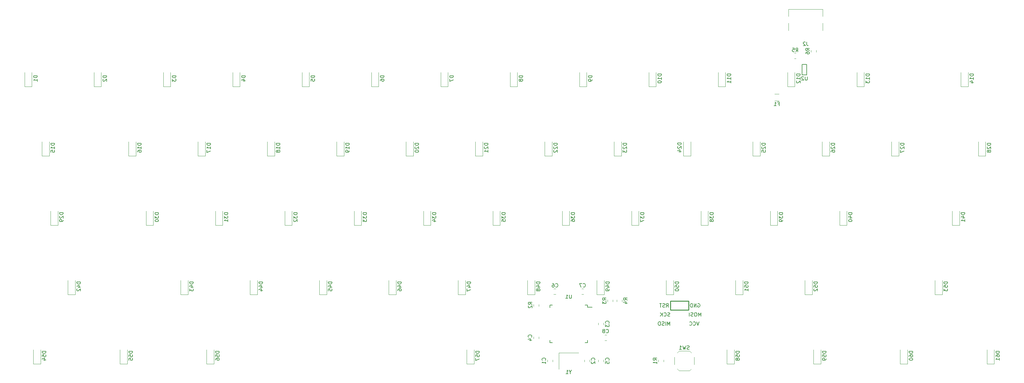
<source format=gbr>
G04 #@! TF.GenerationSoftware,KiCad,Pcbnew,(5.1.9)-1*
G04 #@! TF.CreationDate,2021-03-29T17:21:37+03:00*
G04 #@! TF.ProjectId,hotshot_keyboard,686f7473-686f-4745-9f6b-6579626f6172,rev?*
G04 #@! TF.SameCoordinates,Original*
G04 #@! TF.FileFunction,Legend,Bot*
G04 #@! TF.FilePolarity,Positive*
%FSLAX46Y46*%
G04 Gerber Fmt 4.6, Leading zero omitted, Abs format (unit mm)*
G04 Created by KiCad (PCBNEW (5.1.9)-1) date 2021-03-29 17:21:37*
%MOMM*%
%LPD*%
G01*
G04 APERTURE LIST*
%ADD10C,0.120000*%
%ADD11C,0.150000*%
%ADD12C,0.250000*%
G04 APERTURE END LIST*
D10*
X234347936Y-32110000D02*
X235552064Y-32110000D01*
X234347936Y-33930000D02*
X235552064Y-33930000D01*
X239918750Y-30031250D02*
X239918750Y-26131250D01*
X237918750Y-30031250D02*
X237918750Y-26131250D01*
X239918750Y-30031250D02*
X237918750Y-30031250D01*
X187425000Y-105148748D02*
X187425000Y-105671252D01*
X185955000Y-105148748D02*
X185955000Y-105671252D01*
D11*
X243220000Y-26850000D02*
X241920000Y-26850000D01*
X243220000Y-23950000D02*
X243220000Y-26850000D01*
X241920000Y-23950000D02*
X243220000Y-23950000D01*
X241920000Y-23950000D02*
X241920000Y-26850000D01*
D10*
X175100000Y-103160000D02*
X180500000Y-103160000D01*
X175100000Y-107660000D02*
X175100000Y-103160000D01*
D11*
X182975000Y-90650000D02*
X184250000Y-90650000D01*
X172625000Y-90075000D02*
X173300000Y-90075000D01*
X172625000Y-100425000D02*
X173300000Y-100425000D01*
X182975000Y-100425000D02*
X182300000Y-100425000D01*
X182975000Y-90075000D02*
X182300000Y-90075000D01*
X182975000Y-100425000D02*
X182975000Y-99750000D01*
X172625000Y-100425000D02*
X172625000Y-99750000D01*
X172625000Y-90075000D02*
X172625000Y-90750000D01*
X182975000Y-90075000D02*
X182975000Y-90650000D01*
D10*
X208100000Y-108130000D02*
X207610000Y-107640000D01*
X211000000Y-108130000D02*
X208100000Y-108130000D01*
X211000000Y-108130000D02*
X211490000Y-107640000D01*
X211000000Y-102690000D02*
X208100000Y-102690000D01*
X211000000Y-102690000D02*
X211490000Y-103180000D01*
X206830000Y-106450000D02*
X206830000Y-104370000D01*
X208100000Y-102690000D02*
X207610000Y-103180000D01*
X212270000Y-106450000D02*
X212270000Y-104370000D01*
X244375000Y-20076936D02*
X244375000Y-20531064D01*
X245845000Y-20076936D02*
X245845000Y-20531064D01*
X240257064Y-22325000D02*
X239802936Y-22325000D01*
X240257064Y-20855000D02*
X239802936Y-20855000D01*
X191035000Y-89127064D02*
X191035000Y-88672936D01*
X192505000Y-89127064D02*
X192505000Y-88672936D01*
X188495000Y-89127064D02*
X188495000Y-88672936D01*
X189965000Y-89127064D02*
X189965000Y-88672936D01*
X168175000Y-90397064D02*
X168175000Y-89942936D01*
X169645000Y-90397064D02*
X169645000Y-89942936D01*
X203935000Y-105182936D02*
X203935000Y-105637064D01*
X202465000Y-105182936D02*
X202465000Y-105637064D01*
X238187500Y-8800000D02*
X247587500Y-8800000D01*
X247587500Y-14600000D02*
X247587500Y-12600000D01*
X247587500Y-10700000D02*
X247587500Y-8800000D01*
X238187500Y-14600000D02*
X238187500Y-12600000D01*
X238187500Y-10700000D02*
X238187500Y-8800000D01*
D12*
X205780000Y-91460000D02*
X210780000Y-91460000D01*
X210780000Y-91460000D02*
X210780000Y-88960000D01*
X210780000Y-88960000D02*
X205780000Y-88960000D01*
X205780000Y-88960000D02*
X205780000Y-91460000D01*
D10*
X294687500Y-106231250D02*
X294687500Y-102331250D01*
X292687500Y-106231250D02*
X292687500Y-102331250D01*
X294687500Y-106231250D02*
X292687500Y-106231250D01*
X270875000Y-106231250D02*
X270875000Y-102331250D01*
X268875000Y-106231250D02*
X268875000Y-102331250D01*
X270875000Y-106231250D02*
X268875000Y-106231250D01*
X247062500Y-106231250D02*
X247062500Y-102331250D01*
X245062500Y-106231250D02*
X245062500Y-102331250D01*
X247062500Y-106231250D02*
X245062500Y-106231250D01*
X223250000Y-106231250D02*
X223250000Y-102331250D01*
X221250000Y-106231250D02*
X221250000Y-102331250D01*
X223250000Y-106231250D02*
X221250000Y-106231250D01*
X151812500Y-106231250D02*
X151812500Y-102331250D01*
X149812500Y-106231250D02*
X149812500Y-102331250D01*
X151812500Y-106231250D02*
X149812500Y-106231250D01*
X80375000Y-106231250D02*
X80375000Y-102331250D01*
X78375000Y-106231250D02*
X78375000Y-102331250D01*
X80375000Y-106231250D02*
X78375000Y-106231250D01*
X56562500Y-106231250D02*
X56562500Y-102331250D01*
X54562500Y-106231250D02*
X54562500Y-102331250D01*
X56562500Y-106231250D02*
X54562500Y-106231250D01*
X32750000Y-106231250D02*
X32750000Y-102331250D01*
X30750000Y-106231250D02*
X30750000Y-102331250D01*
X32750000Y-106231250D02*
X30750000Y-106231250D01*
X280400000Y-87181250D02*
X280400000Y-83281250D01*
X278400000Y-87181250D02*
X278400000Y-83281250D01*
X280400000Y-87181250D02*
X278400000Y-87181250D01*
X244681250Y-87181250D02*
X244681250Y-83281250D01*
X242681250Y-87181250D02*
X242681250Y-83281250D01*
X244681250Y-87181250D02*
X242681250Y-87181250D01*
X225631250Y-87181250D02*
X225631250Y-83281250D01*
X223631250Y-87181250D02*
X223631250Y-83281250D01*
X225631250Y-87181250D02*
X223631250Y-87181250D01*
X206581250Y-87181250D02*
X206581250Y-83281250D01*
X204581250Y-87181250D02*
X204581250Y-83281250D01*
X206581250Y-87181250D02*
X204581250Y-87181250D01*
X187531250Y-87181250D02*
X187531250Y-83281250D01*
X185531250Y-87181250D02*
X185531250Y-83281250D01*
X187531250Y-87181250D02*
X185531250Y-87181250D01*
X168481250Y-87181250D02*
X168481250Y-83281250D01*
X166481250Y-87181250D02*
X166481250Y-83281250D01*
X168481250Y-87181250D02*
X166481250Y-87181250D01*
X149431250Y-87181250D02*
X149431250Y-83281250D01*
X147431250Y-87181250D02*
X147431250Y-83281250D01*
X149431250Y-87181250D02*
X147431250Y-87181250D01*
X130381250Y-87181250D02*
X130381250Y-83281250D01*
X128381250Y-87181250D02*
X128381250Y-83281250D01*
X130381250Y-87181250D02*
X128381250Y-87181250D01*
X111331250Y-87181250D02*
X111331250Y-83281250D01*
X109331250Y-87181250D02*
X109331250Y-83281250D01*
X111331250Y-87181250D02*
X109331250Y-87181250D01*
X92281250Y-87181250D02*
X92281250Y-83281250D01*
X90281250Y-87181250D02*
X90281250Y-83281250D01*
X92281250Y-87181250D02*
X90281250Y-87181250D01*
X73231250Y-87181250D02*
X73231250Y-83281250D01*
X71231250Y-87181250D02*
X71231250Y-83281250D01*
X73231250Y-87181250D02*
X71231250Y-87181250D01*
X42275000Y-87181250D02*
X42275000Y-83281250D01*
X40275000Y-87181250D02*
X40275000Y-83281250D01*
X42275000Y-87181250D02*
X40275000Y-87181250D01*
X285162500Y-68131250D02*
X285162500Y-64231250D01*
X283162500Y-68131250D02*
X283162500Y-64231250D01*
X285162500Y-68131250D02*
X283162500Y-68131250D01*
X254206250Y-68131250D02*
X254206250Y-64231250D01*
X252206250Y-68131250D02*
X252206250Y-64231250D01*
X254206250Y-68131250D02*
X252206250Y-68131250D01*
X235156250Y-68131250D02*
X235156250Y-64231250D01*
X233156250Y-68131250D02*
X233156250Y-64231250D01*
X235156250Y-68131250D02*
X233156250Y-68131250D01*
X216106250Y-68131250D02*
X216106250Y-64231250D01*
X214106250Y-68131250D02*
X214106250Y-64231250D01*
X216106250Y-68131250D02*
X214106250Y-68131250D01*
X197056250Y-68131250D02*
X197056250Y-64231250D01*
X195056250Y-68131250D02*
X195056250Y-64231250D01*
X197056250Y-68131250D02*
X195056250Y-68131250D01*
X178006250Y-68131250D02*
X178006250Y-64231250D01*
X176006250Y-68131250D02*
X176006250Y-64231250D01*
X178006250Y-68131250D02*
X176006250Y-68131250D01*
X158956250Y-68131250D02*
X158956250Y-64231250D01*
X156956250Y-68131250D02*
X156956250Y-64231250D01*
X158956250Y-68131250D02*
X156956250Y-68131250D01*
X139906250Y-68131250D02*
X139906250Y-64231250D01*
X137906250Y-68131250D02*
X137906250Y-64231250D01*
X139906250Y-68131250D02*
X137906250Y-68131250D01*
X120856250Y-68131250D02*
X120856250Y-64231250D01*
X118856250Y-68131250D02*
X118856250Y-64231250D01*
X120856250Y-68131250D02*
X118856250Y-68131250D01*
X101806250Y-68131250D02*
X101806250Y-64231250D01*
X99806250Y-68131250D02*
X99806250Y-64231250D01*
X101806250Y-68131250D02*
X99806250Y-68131250D01*
X82756250Y-68131250D02*
X82756250Y-64231250D01*
X80756250Y-68131250D02*
X80756250Y-64231250D01*
X82756250Y-68131250D02*
X80756250Y-68131250D01*
X63706250Y-68131250D02*
X63706250Y-64231250D01*
X61706250Y-68131250D02*
X61706250Y-64231250D01*
X63706250Y-68131250D02*
X61706250Y-68131250D01*
X37512500Y-68131250D02*
X37512500Y-64231250D01*
X35512500Y-68131250D02*
X35512500Y-64231250D01*
X37512500Y-68131250D02*
X35512500Y-68131250D01*
X292306250Y-49081250D02*
X292306250Y-45181250D01*
X290306250Y-49081250D02*
X290306250Y-45181250D01*
X292306250Y-49081250D02*
X290306250Y-49081250D01*
X268493750Y-49081250D02*
X268493750Y-45181250D01*
X266493750Y-49081250D02*
X266493750Y-45181250D01*
X268493750Y-49081250D02*
X266493750Y-49081250D01*
X249443750Y-49081250D02*
X249443750Y-45181250D01*
X247443750Y-49081250D02*
X247443750Y-45181250D01*
X249443750Y-49081250D02*
X247443750Y-49081250D01*
X230393750Y-49081250D02*
X230393750Y-45181250D01*
X228393750Y-49081250D02*
X228393750Y-45181250D01*
X230393750Y-49081250D02*
X228393750Y-49081250D01*
X211343750Y-49081250D02*
X211343750Y-45181250D01*
X209343750Y-49081250D02*
X209343750Y-45181250D01*
X211343750Y-49081250D02*
X209343750Y-49081250D01*
X192293750Y-49081250D02*
X192293750Y-45181250D01*
X190293750Y-49081250D02*
X190293750Y-45181250D01*
X192293750Y-49081250D02*
X190293750Y-49081250D01*
X173243750Y-49081250D02*
X173243750Y-45181250D01*
X171243750Y-49081250D02*
X171243750Y-45181250D01*
X173243750Y-49081250D02*
X171243750Y-49081250D01*
X154193750Y-49081250D02*
X154193750Y-45181250D01*
X152193750Y-49081250D02*
X152193750Y-45181250D01*
X154193750Y-49081250D02*
X152193750Y-49081250D01*
X135143750Y-49081250D02*
X135143750Y-45181250D01*
X133143750Y-49081250D02*
X133143750Y-45181250D01*
X135143750Y-49081250D02*
X133143750Y-49081250D01*
X116093750Y-49081250D02*
X116093750Y-45181250D01*
X114093750Y-49081250D02*
X114093750Y-45181250D01*
X116093750Y-49081250D02*
X114093750Y-49081250D01*
X97043750Y-49081250D02*
X97043750Y-45181250D01*
X95043750Y-49081250D02*
X95043750Y-45181250D01*
X97043750Y-49081250D02*
X95043750Y-49081250D01*
X77993750Y-49081250D02*
X77993750Y-45181250D01*
X75993750Y-49081250D02*
X75993750Y-45181250D01*
X77993750Y-49081250D02*
X75993750Y-49081250D01*
X58943750Y-49081250D02*
X58943750Y-45181250D01*
X56943750Y-49081250D02*
X56943750Y-45181250D01*
X58943750Y-49081250D02*
X56943750Y-49081250D01*
X35131250Y-49081250D02*
X35131250Y-45181250D01*
X33131250Y-49081250D02*
X33131250Y-45181250D01*
X35131250Y-49081250D02*
X33131250Y-49081250D01*
X287543750Y-30031250D02*
X287543750Y-26131250D01*
X285543750Y-30031250D02*
X285543750Y-26131250D01*
X287543750Y-30031250D02*
X285543750Y-30031250D01*
X258968750Y-30031250D02*
X258968750Y-26131250D01*
X256968750Y-30031250D02*
X256968750Y-26131250D01*
X258968750Y-30031250D02*
X256968750Y-30031250D01*
X220868750Y-30031250D02*
X220868750Y-26131250D01*
X218868750Y-30031250D02*
X218868750Y-26131250D01*
X220868750Y-30031250D02*
X218868750Y-30031250D01*
X201818750Y-30031250D02*
X201818750Y-26131250D01*
X199818750Y-30031250D02*
X199818750Y-26131250D01*
X201818750Y-30031250D02*
X199818750Y-30031250D01*
X182768750Y-30031250D02*
X182768750Y-26131250D01*
X180768750Y-30031250D02*
X180768750Y-26131250D01*
X182768750Y-30031250D02*
X180768750Y-30031250D01*
X163718750Y-30031250D02*
X163718750Y-26131250D01*
X161718750Y-30031250D02*
X161718750Y-26131250D01*
X163718750Y-30031250D02*
X161718750Y-30031250D01*
X144668750Y-30031250D02*
X144668750Y-26131250D01*
X142668750Y-30031250D02*
X142668750Y-26131250D01*
X144668750Y-30031250D02*
X142668750Y-30031250D01*
X125618750Y-30031250D02*
X125618750Y-26131250D01*
X123618750Y-30031250D02*
X123618750Y-26131250D01*
X125618750Y-30031250D02*
X123618750Y-30031250D01*
X106568750Y-30031250D02*
X106568750Y-26131250D01*
X104568750Y-30031250D02*
X104568750Y-26131250D01*
X106568750Y-30031250D02*
X104568750Y-30031250D01*
X87518750Y-30031250D02*
X87518750Y-26131250D01*
X85518750Y-30031250D02*
X85518750Y-26131250D01*
X87518750Y-30031250D02*
X85518750Y-30031250D01*
X68468750Y-30031250D02*
X68468750Y-26131250D01*
X66468750Y-30031250D02*
X66468750Y-26131250D01*
X68468750Y-30031250D02*
X66468750Y-30031250D01*
X49418750Y-30031250D02*
X49418750Y-26131250D01*
X47418750Y-30031250D02*
X47418750Y-26131250D01*
X49418750Y-30031250D02*
X47418750Y-30031250D01*
X30368750Y-30031250D02*
X30368750Y-26131250D01*
X28368750Y-30031250D02*
X28368750Y-26131250D01*
X30368750Y-30031250D02*
X28368750Y-30031250D01*
X187698748Y-98325000D02*
X188221252Y-98325000D01*
X187698748Y-99795000D02*
X188221252Y-99795000D01*
X181871252Y-87095000D02*
X181348748Y-87095000D01*
X181871252Y-85625000D02*
X181348748Y-85625000D01*
X173707248Y-85625000D02*
X174229752Y-85625000D01*
X173707248Y-87095000D02*
X174229752Y-87095000D01*
X169645000Y-98798748D02*
X169645000Y-99321252D01*
X168175000Y-98798748D02*
X168175000Y-99321252D01*
X185955000Y-95511252D02*
X185955000Y-94988748D01*
X187425000Y-95511252D02*
X187425000Y-94988748D01*
X182145000Y-105671252D02*
X182145000Y-105148748D01*
X183615000Y-105671252D02*
X183615000Y-105148748D01*
X173455000Y-105148748D02*
X173455000Y-105671252D01*
X171985000Y-105148748D02*
X171985000Y-105671252D01*
D11*
X235283333Y-34768571D02*
X235616666Y-34768571D01*
X235616666Y-35292380D02*
X235616666Y-34292380D01*
X235140476Y-34292380D01*
X234235714Y-35292380D02*
X234807142Y-35292380D01*
X234521428Y-35292380D02*
X234521428Y-34292380D01*
X234616666Y-34435238D01*
X234711904Y-34530476D01*
X234807142Y-34578095D01*
X241371130Y-26566964D02*
X240371130Y-26566964D01*
X240371130Y-26805059D01*
X240418750Y-26947916D01*
X240513988Y-27043154D01*
X240609226Y-27090773D01*
X240799702Y-27138392D01*
X240942559Y-27138392D01*
X241133035Y-27090773D01*
X241228273Y-27043154D01*
X241323511Y-26947916D01*
X241371130Y-26805059D01*
X241371130Y-26566964D01*
X241371130Y-28090773D02*
X241371130Y-27519345D01*
X241371130Y-27805059D02*
X240371130Y-27805059D01*
X240513988Y-27709821D01*
X240609226Y-27614583D01*
X240656845Y-27519345D01*
X240466369Y-28471726D02*
X240418750Y-28519345D01*
X240371130Y-28614583D01*
X240371130Y-28852678D01*
X240418750Y-28947916D01*
X240466369Y-28995535D01*
X240561607Y-29043154D01*
X240656845Y-29043154D01*
X240799702Y-28995535D01*
X241371130Y-28424107D01*
X241371130Y-29043154D01*
X188825142Y-105243333D02*
X188872761Y-105195714D01*
X188920380Y-105052857D01*
X188920380Y-104957619D01*
X188872761Y-104814761D01*
X188777523Y-104719523D01*
X188682285Y-104671904D01*
X188491809Y-104624285D01*
X188348952Y-104624285D01*
X188158476Y-104671904D01*
X188063238Y-104719523D01*
X187968000Y-104814761D01*
X187920380Y-104957619D01*
X187920380Y-105052857D01*
X187968000Y-105195714D01*
X188015619Y-105243333D01*
X187920380Y-106148095D02*
X187920380Y-105671904D01*
X188396571Y-105624285D01*
X188348952Y-105671904D01*
X188301333Y-105767142D01*
X188301333Y-106005238D01*
X188348952Y-106100476D01*
X188396571Y-106148095D01*
X188491809Y-106195714D01*
X188729904Y-106195714D01*
X188825142Y-106148095D01*
X188872761Y-106100476D01*
X188920380Y-106005238D01*
X188920380Y-105767142D01*
X188872761Y-105671904D01*
X188825142Y-105624285D01*
X243331904Y-27302380D02*
X243331904Y-28111904D01*
X243284285Y-28207142D01*
X243236666Y-28254761D01*
X243141428Y-28302380D01*
X242950952Y-28302380D01*
X242855714Y-28254761D01*
X242808095Y-28207142D01*
X242760476Y-28111904D01*
X242760476Y-27302380D01*
X242331904Y-27397619D02*
X242284285Y-27350000D01*
X242189047Y-27302380D01*
X241950952Y-27302380D01*
X241855714Y-27350000D01*
X241808095Y-27397619D01*
X241760476Y-27492857D01*
X241760476Y-27588095D01*
X241808095Y-27730952D01*
X242379523Y-28302380D01*
X241760476Y-28302380D01*
X178276190Y-108436190D02*
X178276190Y-108912380D01*
X178609523Y-107912380D02*
X178276190Y-108436190D01*
X177942857Y-107912380D01*
X177085714Y-108912380D02*
X177657142Y-108912380D01*
X177371428Y-108912380D02*
X177371428Y-107912380D01*
X177466666Y-108055238D01*
X177561904Y-108150476D01*
X177657142Y-108198095D01*
X178561904Y-87252380D02*
X178561904Y-88061904D01*
X178514285Y-88157142D01*
X178466666Y-88204761D01*
X178371428Y-88252380D01*
X178180952Y-88252380D01*
X178085714Y-88204761D01*
X178038095Y-88157142D01*
X177990476Y-88061904D01*
X177990476Y-87252380D01*
X176990476Y-88252380D02*
X177561904Y-88252380D01*
X177276190Y-88252380D02*
X177276190Y-87252380D01*
X177371428Y-87395238D01*
X177466666Y-87490476D01*
X177561904Y-87538095D01*
X210883333Y-102214761D02*
X210740476Y-102262380D01*
X210502380Y-102262380D01*
X210407142Y-102214761D01*
X210359523Y-102167142D01*
X210311904Y-102071904D01*
X210311904Y-101976666D01*
X210359523Y-101881428D01*
X210407142Y-101833809D01*
X210502380Y-101786190D01*
X210692857Y-101738571D01*
X210788095Y-101690952D01*
X210835714Y-101643333D01*
X210883333Y-101548095D01*
X210883333Y-101452857D01*
X210835714Y-101357619D01*
X210788095Y-101310000D01*
X210692857Y-101262380D01*
X210454761Y-101262380D01*
X210311904Y-101310000D01*
X209978571Y-101262380D02*
X209740476Y-102262380D01*
X209550000Y-101548095D01*
X209359523Y-102262380D01*
X209121428Y-101262380D01*
X208216666Y-102262380D02*
X208788095Y-102262380D01*
X208502380Y-102262380D02*
X208502380Y-101262380D01*
X208597619Y-101405238D01*
X208692857Y-101500476D01*
X208788095Y-101548095D01*
X243912380Y-20137333D02*
X243436190Y-19804000D01*
X243912380Y-19565904D02*
X242912380Y-19565904D01*
X242912380Y-19946857D01*
X242960000Y-20042095D01*
X243007619Y-20089714D01*
X243102857Y-20137333D01*
X243245714Y-20137333D01*
X243340952Y-20089714D01*
X243388571Y-20042095D01*
X243436190Y-19946857D01*
X243436190Y-19565904D01*
X242912380Y-20994476D02*
X242912380Y-20804000D01*
X242960000Y-20708761D01*
X243007619Y-20661142D01*
X243150476Y-20565904D01*
X243340952Y-20518285D01*
X243721904Y-20518285D01*
X243817142Y-20565904D01*
X243864761Y-20613523D01*
X243912380Y-20708761D01*
X243912380Y-20899238D01*
X243864761Y-20994476D01*
X243817142Y-21042095D01*
X243721904Y-21089714D01*
X243483809Y-21089714D01*
X243388571Y-21042095D01*
X243340952Y-20994476D01*
X243293333Y-20899238D01*
X243293333Y-20708761D01*
X243340952Y-20613523D01*
X243388571Y-20565904D01*
X243483809Y-20518285D01*
X240196666Y-20454880D02*
X240530000Y-19978690D01*
X240768095Y-20454880D02*
X240768095Y-19454880D01*
X240387142Y-19454880D01*
X240291904Y-19502500D01*
X240244285Y-19550119D01*
X240196666Y-19645357D01*
X240196666Y-19788214D01*
X240244285Y-19883452D01*
X240291904Y-19931071D01*
X240387142Y-19978690D01*
X240768095Y-19978690D01*
X239291904Y-19454880D02*
X239768095Y-19454880D01*
X239815714Y-19931071D01*
X239768095Y-19883452D01*
X239672857Y-19835833D01*
X239434761Y-19835833D01*
X239339523Y-19883452D01*
X239291904Y-19931071D01*
X239244285Y-20026309D01*
X239244285Y-20264404D01*
X239291904Y-20359642D01*
X239339523Y-20407261D01*
X239434761Y-20454880D01*
X239672857Y-20454880D01*
X239768095Y-20407261D01*
X239815714Y-20359642D01*
X193872380Y-88733333D02*
X193396190Y-88400000D01*
X193872380Y-88161904D02*
X192872380Y-88161904D01*
X192872380Y-88542857D01*
X192920000Y-88638095D01*
X192967619Y-88685714D01*
X193062857Y-88733333D01*
X193205714Y-88733333D01*
X193300952Y-88685714D01*
X193348571Y-88638095D01*
X193396190Y-88542857D01*
X193396190Y-88161904D01*
X193205714Y-89590476D02*
X193872380Y-89590476D01*
X192824761Y-89352380D02*
X193539047Y-89114285D01*
X193539047Y-89733333D01*
X188094880Y-88733333D02*
X187618690Y-88400000D01*
X188094880Y-88161904D02*
X187094880Y-88161904D01*
X187094880Y-88542857D01*
X187142500Y-88638095D01*
X187190119Y-88685714D01*
X187285357Y-88733333D01*
X187428214Y-88733333D01*
X187523452Y-88685714D01*
X187571071Y-88638095D01*
X187618690Y-88542857D01*
X187618690Y-88161904D01*
X187094880Y-89066666D02*
X187094880Y-89685714D01*
X187475833Y-89352380D01*
X187475833Y-89495238D01*
X187523452Y-89590476D01*
X187571071Y-89638095D01*
X187666309Y-89685714D01*
X187904404Y-89685714D01*
X187999642Y-89638095D01*
X188047261Y-89590476D01*
X188094880Y-89495238D01*
X188094880Y-89209523D01*
X188047261Y-89114285D01*
X187999642Y-89066666D01*
X167711380Y-89876333D02*
X167235190Y-89543000D01*
X167711380Y-89304904D02*
X166711380Y-89304904D01*
X166711380Y-89685857D01*
X166759000Y-89781095D01*
X166806619Y-89828714D01*
X166901857Y-89876333D01*
X167044714Y-89876333D01*
X167139952Y-89828714D01*
X167187571Y-89781095D01*
X167235190Y-89685857D01*
X167235190Y-89304904D01*
X166806619Y-90257285D02*
X166759000Y-90304904D01*
X166711380Y-90400142D01*
X166711380Y-90638238D01*
X166759000Y-90733476D01*
X166806619Y-90781095D01*
X166901857Y-90828714D01*
X166997095Y-90828714D01*
X167139952Y-90781095D01*
X167711380Y-90209666D01*
X167711380Y-90828714D01*
X202002380Y-105243333D02*
X201526190Y-104910000D01*
X202002380Y-104671904D02*
X201002380Y-104671904D01*
X201002380Y-105052857D01*
X201050000Y-105148095D01*
X201097619Y-105195714D01*
X201192857Y-105243333D01*
X201335714Y-105243333D01*
X201430952Y-105195714D01*
X201478571Y-105148095D01*
X201526190Y-105052857D01*
X201526190Y-104671904D01*
X202002380Y-106195714D02*
X202002380Y-105624285D01*
X202002380Y-105910000D02*
X201002380Y-105910000D01*
X201145238Y-105814761D01*
X201240476Y-105719523D01*
X201288095Y-105624285D01*
X243220833Y-17797380D02*
X243220833Y-18511666D01*
X243268452Y-18654523D01*
X243363690Y-18749761D01*
X243506547Y-18797380D01*
X243601785Y-18797380D01*
X242792261Y-17892619D02*
X242744642Y-17845000D01*
X242649404Y-17797380D01*
X242411309Y-17797380D01*
X242316071Y-17845000D01*
X242268452Y-17892619D01*
X242220833Y-17987857D01*
X242220833Y-18083095D01*
X242268452Y-18225952D01*
X242839880Y-18797380D01*
X242220833Y-18797380D01*
X205601428Y-95662380D02*
X205601428Y-94662380D01*
X205268095Y-95376666D01*
X204934761Y-94662380D01*
X204934761Y-95662380D01*
X204458571Y-95662380D02*
X204458571Y-94662380D01*
X204030000Y-95614761D02*
X203887142Y-95662380D01*
X203649047Y-95662380D01*
X203553809Y-95614761D01*
X203506190Y-95567142D01*
X203458571Y-95471904D01*
X203458571Y-95376666D01*
X203506190Y-95281428D01*
X203553809Y-95233809D01*
X203649047Y-95186190D01*
X203839523Y-95138571D01*
X203934761Y-95090952D01*
X203982380Y-95043333D01*
X204030000Y-94948095D01*
X204030000Y-94852857D01*
X203982380Y-94757619D01*
X203934761Y-94710000D01*
X203839523Y-94662380D01*
X203601428Y-94662380D01*
X203458571Y-94710000D01*
X202839523Y-94662380D02*
X202649047Y-94662380D01*
X202553809Y-94710000D01*
X202458571Y-94805238D01*
X202410952Y-94995714D01*
X202410952Y-95329047D01*
X202458571Y-95519523D01*
X202553809Y-95614761D01*
X202649047Y-95662380D01*
X202839523Y-95662380D01*
X202934761Y-95614761D01*
X203030000Y-95519523D01*
X203077619Y-95329047D01*
X203077619Y-94995714D01*
X203030000Y-94805238D01*
X202934761Y-94710000D01*
X202839523Y-94662380D01*
X213613333Y-94662380D02*
X213280000Y-95662380D01*
X212946666Y-94662380D01*
X212041904Y-95567142D02*
X212089523Y-95614761D01*
X212232380Y-95662380D01*
X212327619Y-95662380D01*
X212470476Y-95614761D01*
X212565714Y-95519523D01*
X212613333Y-95424285D01*
X212660952Y-95233809D01*
X212660952Y-95090952D01*
X212613333Y-94900476D01*
X212565714Y-94805238D01*
X212470476Y-94710000D01*
X212327619Y-94662380D01*
X212232380Y-94662380D01*
X212089523Y-94710000D01*
X212041904Y-94757619D01*
X211041904Y-95567142D02*
X211089523Y-95614761D01*
X211232380Y-95662380D01*
X211327619Y-95662380D01*
X211470476Y-95614761D01*
X211565714Y-95519523D01*
X211613333Y-95424285D01*
X211660952Y-95233809D01*
X211660952Y-95090952D01*
X211613333Y-94900476D01*
X211565714Y-94805238D01*
X211470476Y-94710000D01*
X211327619Y-94662380D01*
X211232380Y-94662380D01*
X211089523Y-94710000D01*
X211041904Y-94757619D01*
X205565714Y-93114761D02*
X205422857Y-93162380D01*
X205184761Y-93162380D01*
X205089523Y-93114761D01*
X205041904Y-93067142D01*
X204994285Y-92971904D01*
X204994285Y-92876666D01*
X205041904Y-92781428D01*
X205089523Y-92733809D01*
X205184761Y-92686190D01*
X205375238Y-92638571D01*
X205470476Y-92590952D01*
X205518095Y-92543333D01*
X205565714Y-92448095D01*
X205565714Y-92352857D01*
X205518095Y-92257619D01*
X205470476Y-92210000D01*
X205375238Y-92162380D01*
X205137142Y-92162380D01*
X204994285Y-92210000D01*
X203994285Y-93067142D02*
X204041904Y-93114761D01*
X204184761Y-93162380D01*
X204280000Y-93162380D01*
X204422857Y-93114761D01*
X204518095Y-93019523D01*
X204565714Y-92924285D01*
X204613333Y-92733809D01*
X204613333Y-92590952D01*
X204565714Y-92400476D01*
X204518095Y-92305238D01*
X204422857Y-92210000D01*
X204280000Y-92162380D01*
X204184761Y-92162380D01*
X204041904Y-92210000D01*
X203994285Y-92257619D01*
X203565714Y-93162380D02*
X203565714Y-92162380D01*
X202994285Y-93162380D02*
X203422857Y-92590952D01*
X202994285Y-92162380D02*
X203565714Y-92733809D01*
X214101428Y-93162380D02*
X214101428Y-92162380D01*
X213768095Y-92876666D01*
X213434761Y-92162380D01*
X213434761Y-93162380D01*
X212768095Y-92162380D02*
X212577619Y-92162380D01*
X212482380Y-92210000D01*
X212387142Y-92305238D01*
X212339523Y-92495714D01*
X212339523Y-92829047D01*
X212387142Y-93019523D01*
X212482380Y-93114761D01*
X212577619Y-93162380D01*
X212768095Y-93162380D01*
X212863333Y-93114761D01*
X212958571Y-93019523D01*
X213006190Y-92829047D01*
X213006190Y-92495714D01*
X212958571Y-92305238D01*
X212863333Y-92210000D01*
X212768095Y-92162380D01*
X211958571Y-93114761D02*
X211815714Y-93162380D01*
X211577619Y-93162380D01*
X211482380Y-93114761D01*
X211434761Y-93067142D01*
X211387142Y-92971904D01*
X211387142Y-92876666D01*
X211434761Y-92781428D01*
X211482380Y-92733809D01*
X211577619Y-92686190D01*
X211768095Y-92638571D01*
X211863333Y-92590952D01*
X211910952Y-92543333D01*
X211958571Y-92448095D01*
X211958571Y-92352857D01*
X211910952Y-92257619D01*
X211863333Y-92210000D01*
X211768095Y-92162380D01*
X211530000Y-92162380D01*
X211387142Y-92210000D01*
X210958571Y-93162380D02*
X210958571Y-92162380D01*
X204577619Y-90662380D02*
X204910952Y-90186190D01*
X205149047Y-90662380D02*
X205149047Y-89662380D01*
X204768095Y-89662380D01*
X204672857Y-89710000D01*
X204625238Y-89757619D01*
X204577619Y-89852857D01*
X204577619Y-89995714D01*
X204625238Y-90090952D01*
X204672857Y-90138571D01*
X204768095Y-90186190D01*
X205149047Y-90186190D01*
X204196666Y-90614761D02*
X204053809Y-90662380D01*
X203815714Y-90662380D01*
X203720476Y-90614761D01*
X203672857Y-90567142D01*
X203625238Y-90471904D01*
X203625238Y-90376666D01*
X203672857Y-90281428D01*
X203720476Y-90233809D01*
X203815714Y-90186190D01*
X204006190Y-90138571D01*
X204101428Y-90090952D01*
X204149047Y-90043333D01*
X204196666Y-89948095D01*
X204196666Y-89852857D01*
X204149047Y-89757619D01*
X204101428Y-89710000D01*
X204006190Y-89662380D01*
X203768095Y-89662380D01*
X203625238Y-89710000D01*
X203339523Y-89662380D02*
X202768095Y-89662380D01*
X203053809Y-90662380D02*
X203053809Y-89662380D01*
X213291904Y-89710000D02*
X213387142Y-89662380D01*
X213530000Y-89662380D01*
X213672857Y-89710000D01*
X213768095Y-89805238D01*
X213815714Y-89900476D01*
X213863333Y-90090952D01*
X213863333Y-90233809D01*
X213815714Y-90424285D01*
X213768095Y-90519523D01*
X213672857Y-90614761D01*
X213530000Y-90662380D01*
X213434761Y-90662380D01*
X213291904Y-90614761D01*
X213244285Y-90567142D01*
X213244285Y-90233809D01*
X213434761Y-90233809D01*
X212815714Y-90662380D02*
X212815714Y-89662380D01*
X212244285Y-90662380D01*
X212244285Y-89662380D01*
X211768095Y-90662380D02*
X211768095Y-89662380D01*
X211530000Y-89662380D01*
X211387142Y-89710000D01*
X211291904Y-89805238D01*
X211244285Y-89900476D01*
X211196666Y-90090952D01*
X211196666Y-90233809D01*
X211244285Y-90424285D01*
X211291904Y-90519523D01*
X211387142Y-90614761D01*
X211530000Y-90662380D01*
X211768095Y-90662380D01*
X296139880Y-102766964D02*
X295139880Y-102766964D01*
X295139880Y-103005059D01*
X295187500Y-103147916D01*
X295282738Y-103243154D01*
X295377976Y-103290773D01*
X295568452Y-103338392D01*
X295711309Y-103338392D01*
X295901785Y-103290773D01*
X295997023Y-103243154D01*
X296092261Y-103147916D01*
X296139880Y-103005059D01*
X296139880Y-102766964D01*
X295139880Y-104195535D02*
X295139880Y-104005059D01*
X295187500Y-103909821D01*
X295235119Y-103862202D01*
X295377976Y-103766964D01*
X295568452Y-103719345D01*
X295949404Y-103719345D01*
X296044642Y-103766964D01*
X296092261Y-103814583D01*
X296139880Y-103909821D01*
X296139880Y-104100297D01*
X296092261Y-104195535D01*
X296044642Y-104243154D01*
X295949404Y-104290773D01*
X295711309Y-104290773D01*
X295616071Y-104243154D01*
X295568452Y-104195535D01*
X295520833Y-104100297D01*
X295520833Y-103909821D01*
X295568452Y-103814583D01*
X295616071Y-103766964D01*
X295711309Y-103719345D01*
X296139880Y-105243154D02*
X296139880Y-104671726D01*
X296139880Y-104957440D02*
X295139880Y-104957440D01*
X295282738Y-104862202D01*
X295377976Y-104766964D01*
X295425595Y-104671726D01*
X272327380Y-102766964D02*
X271327380Y-102766964D01*
X271327380Y-103005059D01*
X271375000Y-103147916D01*
X271470238Y-103243154D01*
X271565476Y-103290773D01*
X271755952Y-103338392D01*
X271898809Y-103338392D01*
X272089285Y-103290773D01*
X272184523Y-103243154D01*
X272279761Y-103147916D01*
X272327380Y-103005059D01*
X272327380Y-102766964D01*
X271327380Y-104195535D02*
X271327380Y-104005059D01*
X271375000Y-103909821D01*
X271422619Y-103862202D01*
X271565476Y-103766964D01*
X271755952Y-103719345D01*
X272136904Y-103719345D01*
X272232142Y-103766964D01*
X272279761Y-103814583D01*
X272327380Y-103909821D01*
X272327380Y-104100297D01*
X272279761Y-104195535D01*
X272232142Y-104243154D01*
X272136904Y-104290773D01*
X271898809Y-104290773D01*
X271803571Y-104243154D01*
X271755952Y-104195535D01*
X271708333Y-104100297D01*
X271708333Y-103909821D01*
X271755952Y-103814583D01*
X271803571Y-103766964D01*
X271898809Y-103719345D01*
X271327380Y-104909821D02*
X271327380Y-105005059D01*
X271375000Y-105100297D01*
X271422619Y-105147916D01*
X271517857Y-105195535D01*
X271708333Y-105243154D01*
X271946428Y-105243154D01*
X272136904Y-105195535D01*
X272232142Y-105147916D01*
X272279761Y-105100297D01*
X272327380Y-105005059D01*
X272327380Y-104909821D01*
X272279761Y-104814583D01*
X272232142Y-104766964D01*
X272136904Y-104719345D01*
X271946428Y-104671726D01*
X271708333Y-104671726D01*
X271517857Y-104719345D01*
X271422619Y-104766964D01*
X271375000Y-104814583D01*
X271327380Y-104909821D01*
X248514880Y-102766964D02*
X247514880Y-102766964D01*
X247514880Y-103005059D01*
X247562500Y-103147916D01*
X247657738Y-103243154D01*
X247752976Y-103290773D01*
X247943452Y-103338392D01*
X248086309Y-103338392D01*
X248276785Y-103290773D01*
X248372023Y-103243154D01*
X248467261Y-103147916D01*
X248514880Y-103005059D01*
X248514880Y-102766964D01*
X247514880Y-104243154D02*
X247514880Y-103766964D01*
X247991071Y-103719345D01*
X247943452Y-103766964D01*
X247895833Y-103862202D01*
X247895833Y-104100297D01*
X247943452Y-104195535D01*
X247991071Y-104243154D01*
X248086309Y-104290773D01*
X248324404Y-104290773D01*
X248419642Y-104243154D01*
X248467261Y-104195535D01*
X248514880Y-104100297D01*
X248514880Y-103862202D01*
X248467261Y-103766964D01*
X248419642Y-103719345D01*
X248514880Y-104766964D02*
X248514880Y-104957440D01*
X248467261Y-105052678D01*
X248419642Y-105100297D01*
X248276785Y-105195535D01*
X248086309Y-105243154D01*
X247705357Y-105243154D01*
X247610119Y-105195535D01*
X247562500Y-105147916D01*
X247514880Y-105052678D01*
X247514880Y-104862202D01*
X247562500Y-104766964D01*
X247610119Y-104719345D01*
X247705357Y-104671726D01*
X247943452Y-104671726D01*
X248038690Y-104719345D01*
X248086309Y-104766964D01*
X248133928Y-104862202D01*
X248133928Y-105052678D01*
X248086309Y-105147916D01*
X248038690Y-105195535D01*
X247943452Y-105243154D01*
X224702380Y-102766964D02*
X223702380Y-102766964D01*
X223702380Y-103005059D01*
X223750000Y-103147916D01*
X223845238Y-103243154D01*
X223940476Y-103290773D01*
X224130952Y-103338392D01*
X224273809Y-103338392D01*
X224464285Y-103290773D01*
X224559523Y-103243154D01*
X224654761Y-103147916D01*
X224702380Y-103005059D01*
X224702380Y-102766964D01*
X223702380Y-104243154D02*
X223702380Y-103766964D01*
X224178571Y-103719345D01*
X224130952Y-103766964D01*
X224083333Y-103862202D01*
X224083333Y-104100297D01*
X224130952Y-104195535D01*
X224178571Y-104243154D01*
X224273809Y-104290773D01*
X224511904Y-104290773D01*
X224607142Y-104243154D01*
X224654761Y-104195535D01*
X224702380Y-104100297D01*
X224702380Y-103862202D01*
X224654761Y-103766964D01*
X224607142Y-103719345D01*
X224130952Y-104862202D02*
X224083333Y-104766964D01*
X224035714Y-104719345D01*
X223940476Y-104671726D01*
X223892857Y-104671726D01*
X223797619Y-104719345D01*
X223750000Y-104766964D01*
X223702380Y-104862202D01*
X223702380Y-105052678D01*
X223750000Y-105147916D01*
X223797619Y-105195535D01*
X223892857Y-105243154D01*
X223940476Y-105243154D01*
X224035714Y-105195535D01*
X224083333Y-105147916D01*
X224130952Y-105052678D01*
X224130952Y-104862202D01*
X224178571Y-104766964D01*
X224226190Y-104719345D01*
X224321428Y-104671726D01*
X224511904Y-104671726D01*
X224607142Y-104719345D01*
X224654761Y-104766964D01*
X224702380Y-104862202D01*
X224702380Y-105052678D01*
X224654761Y-105147916D01*
X224607142Y-105195535D01*
X224511904Y-105243154D01*
X224321428Y-105243154D01*
X224226190Y-105195535D01*
X224178571Y-105147916D01*
X224130952Y-105052678D01*
X153264880Y-102766964D02*
X152264880Y-102766964D01*
X152264880Y-103005059D01*
X152312500Y-103147916D01*
X152407738Y-103243154D01*
X152502976Y-103290773D01*
X152693452Y-103338392D01*
X152836309Y-103338392D01*
X153026785Y-103290773D01*
X153122023Y-103243154D01*
X153217261Y-103147916D01*
X153264880Y-103005059D01*
X153264880Y-102766964D01*
X152264880Y-104243154D02*
X152264880Y-103766964D01*
X152741071Y-103719345D01*
X152693452Y-103766964D01*
X152645833Y-103862202D01*
X152645833Y-104100297D01*
X152693452Y-104195535D01*
X152741071Y-104243154D01*
X152836309Y-104290773D01*
X153074404Y-104290773D01*
X153169642Y-104243154D01*
X153217261Y-104195535D01*
X153264880Y-104100297D01*
X153264880Y-103862202D01*
X153217261Y-103766964D01*
X153169642Y-103719345D01*
X152264880Y-104624107D02*
X152264880Y-105290773D01*
X153264880Y-104862202D01*
X81827380Y-102766964D02*
X80827380Y-102766964D01*
X80827380Y-103005059D01*
X80875000Y-103147916D01*
X80970238Y-103243154D01*
X81065476Y-103290773D01*
X81255952Y-103338392D01*
X81398809Y-103338392D01*
X81589285Y-103290773D01*
X81684523Y-103243154D01*
X81779761Y-103147916D01*
X81827380Y-103005059D01*
X81827380Y-102766964D01*
X80827380Y-104243154D02*
X80827380Y-103766964D01*
X81303571Y-103719345D01*
X81255952Y-103766964D01*
X81208333Y-103862202D01*
X81208333Y-104100297D01*
X81255952Y-104195535D01*
X81303571Y-104243154D01*
X81398809Y-104290773D01*
X81636904Y-104290773D01*
X81732142Y-104243154D01*
X81779761Y-104195535D01*
X81827380Y-104100297D01*
X81827380Y-103862202D01*
X81779761Y-103766964D01*
X81732142Y-103719345D01*
X80827380Y-105147916D02*
X80827380Y-104957440D01*
X80875000Y-104862202D01*
X80922619Y-104814583D01*
X81065476Y-104719345D01*
X81255952Y-104671726D01*
X81636904Y-104671726D01*
X81732142Y-104719345D01*
X81779761Y-104766964D01*
X81827380Y-104862202D01*
X81827380Y-105052678D01*
X81779761Y-105147916D01*
X81732142Y-105195535D01*
X81636904Y-105243154D01*
X81398809Y-105243154D01*
X81303571Y-105195535D01*
X81255952Y-105147916D01*
X81208333Y-105052678D01*
X81208333Y-104862202D01*
X81255952Y-104766964D01*
X81303571Y-104719345D01*
X81398809Y-104671726D01*
X58014880Y-102766964D02*
X57014880Y-102766964D01*
X57014880Y-103005059D01*
X57062500Y-103147916D01*
X57157738Y-103243154D01*
X57252976Y-103290773D01*
X57443452Y-103338392D01*
X57586309Y-103338392D01*
X57776785Y-103290773D01*
X57872023Y-103243154D01*
X57967261Y-103147916D01*
X58014880Y-103005059D01*
X58014880Y-102766964D01*
X57014880Y-104243154D02*
X57014880Y-103766964D01*
X57491071Y-103719345D01*
X57443452Y-103766964D01*
X57395833Y-103862202D01*
X57395833Y-104100297D01*
X57443452Y-104195535D01*
X57491071Y-104243154D01*
X57586309Y-104290773D01*
X57824404Y-104290773D01*
X57919642Y-104243154D01*
X57967261Y-104195535D01*
X58014880Y-104100297D01*
X58014880Y-103862202D01*
X57967261Y-103766964D01*
X57919642Y-103719345D01*
X57014880Y-105195535D02*
X57014880Y-104719345D01*
X57491071Y-104671726D01*
X57443452Y-104719345D01*
X57395833Y-104814583D01*
X57395833Y-105052678D01*
X57443452Y-105147916D01*
X57491071Y-105195535D01*
X57586309Y-105243154D01*
X57824404Y-105243154D01*
X57919642Y-105195535D01*
X57967261Y-105147916D01*
X58014880Y-105052678D01*
X58014880Y-104814583D01*
X57967261Y-104719345D01*
X57919642Y-104671726D01*
X34202380Y-102766964D02*
X33202380Y-102766964D01*
X33202380Y-103005059D01*
X33250000Y-103147916D01*
X33345238Y-103243154D01*
X33440476Y-103290773D01*
X33630952Y-103338392D01*
X33773809Y-103338392D01*
X33964285Y-103290773D01*
X34059523Y-103243154D01*
X34154761Y-103147916D01*
X34202380Y-103005059D01*
X34202380Y-102766964D01*
X33202380Y-104243154D02*
X33202380Y-103766964D01*
X33678571Y-103719345D01*
X33630952Y-103766964D01*
X33583333Y-103862202D01*
X33583333Y-104100297D01*
X33630952Y-104195535D01*
X33678571Y-104243154D01*
X33773809Y-104290773D01*
X34011904Y-104290773D01*
X34107142Y-104243154D01*
X34154761Y-104195535D01*
X34202380Y-104100297D01*
X34202380Y-103862202D01*
X34154761Y-103766964D01*
X34107142Y-103719345D01*
X33535714Y-105147916D02*
X34202380Y-105147916D01*
X33154761Y-104909821D02*
X33869047Y-104671726D01*
X33869047Y-105290773D01*
X281852380Y-83716964D02*
X280852380Y-83716964D01*
X280852380Y-83955059D01*
X280900000Y-84097916D01*
X280995238Y-84193154D01*
X281090476Y-84240773D01*
X281280952Y-84288392D01*
X281423809Y-84288392D01*
X281614285Y-84240773D01*
X281709523Y-84193154D01*
X281804761Y-84097916D01*
X281852380Y-83955059D01*
X281852380Y-83716964D01*
X280852380Y-85193154D02*
X280852380Y-84716964D01*
X281328571Y-84669345D01*
X281280952Y-84716964D01*
X281233333Y-84812202D01*
X281233333Y-85050297D01*
X281280952Y-85145535D01*
X281328571Y-85193154D01*
X281423809Y-85240773D01*
X281661904Y-85240773D01*
X281757142Y-85193154D01*
X281804761Y-85145535D01*
X281852380Y-85050297D01*
X281852380Y-84812202D01*
X281804761Y-84716964D01*
X281757142Y-84669345D01*
X280852380Y-85574107D02*
X280852380Y-86193154D01*
X281233333Y-85859821D01*
X281233333Y-86002678D01*
X281280952Y-86097916D01*
X281328571Y-86145535D01*
X281423809Y-86193154D01*
X281661904Y-86193154D01*
X281757142Y-86145535D01*
X281804761Y-86097916D01*
X281852380Y-86002678D01*
X281852380Y-85716964D01*
X281804761Y-85621726D01*
X281757142Y-85574107D01*
X246133630Y-83716964D02*
X245133630Y-83716964D01*
X245133630Y-83955059D01*
X245181250Y-84097916D01*
X245276488Y-84193154D01*
X245371726Y-84240773D01*
X245562202Y-84288392D01*
X245705059Y-84288392D01*
X245895535Y-84240773D01*
X245990773Y-84193154D01*
X246086011Y-84097916D01*
X246133630Y-83955059D01*
X246133630Y-83716964D01*
X245133630Y-85193154D02*
X245133630Y-84716964D01*
X245609821Y-84669345D01*
X245562202Y-84716964D01*
X245514583Y-84812202D01*
X245514583Y-85050297D01*
X245562202Y-85145535D01*
X245609821Y-85193154D01*
X245705059Y-85240773D01*
X245943154Y-85240773D01*
X246038392Y-85193154D01*
X246086011Y-85145535D01*
X246133630Y-85050297D01*
X246133630Y-84812202D01*
X246086011Y-84716964D01*
X246038392Y-84669345D01*
X245228869Y-85621726D02*
X245181250Y-85669345D01*
X245133630Y-85764583D01*
X245133630Y-86002678D01*
X245181250Y-86097916D01*
X245228869Y-86145535D01*
X245324107Y-86193154D01*
X245419345Y-86193154D01*
X245562202Y-86145535D01*
X246133630Y-85574107D01*
X246133630Y-86193154D01*
X227083630Y-83716964D02*
X226083630Y-83716964D01*
X226083630Y-83955059D01*
X226131250Y-84097916D01*
X226226488Y-84193154D01*
X226321726Y-84240773D01*
X226512202Y-84288392D01*
X226655059Y-84288392D01*
X226845535Y-84240773D01*
X226940773Y-84193154D01*
X227036011Y-84097916D01*
X227083630Y-83955059D01*
X227083630Y-83716964D01*
X226083630Y-85193154D02*
X226083630Y-84716964D01*
X226559821Y-84669345D01*
X226512202Y-84716964D01*
X226464583Y-84812202D01*
X226464583Y-85050297D01*
X226512202Y-85145535D01*
X226559821Y-85193154D01*
X226655059Y-85240773D01*
X226893154Y-85240773D01*
X226988392Y-85193154D01*
X227036011Y-85145535D01*
X227083630Y-85050297D01*
X227083630Y-84812202D01*
X227036011Y-84716964D01*
X226988392Y-84669345D01*
X227083630Y-86193154D02*
X227083630Y-85621726D01*
X227083630Y-85907440D02*
X226083630Y-85907440D01*
X226226488Y-85812202D01*
X226321726Y-85716964D01*
X226369345Y-85621726D01*
X208033630Y-83716964D02*
X207033630Y-83716964D01*
X207033630Y-83955059D01*
X207081250Y-84097916D01*
X207176488Y-84193154D01*
X207271726Y-84240773D01*
X207462202Y-84288392D01*
X207605059Y-84288392D01*
X207795535Y-84240773D01*
X207890773Y-84193154D01*
X207986011Y-84097916D01*
X208033630Y-83955059D01*
X208033630Y-83716964D01*
X207033630Y-85193154D02*
X207033630Y-84716964D01*
X207509821Y-84669345D01*
X207462202Y-84716964D01*
X207414583Y-84812202D01*
X207414583Y-85050297D01*
X207462202Y-85145535D01*
X207509821Y-85193154D01*
X207605059Y-85240773D01*
X207843154Y-85240773D01*
X207938392Y-85193154D01*
X207986011Y-85145535D01*
X208033630Y-85050297D01*
X208033630Y-84812202D01*
X207986011Y-84716964D01*
X207938392Y-84669345D01*
X207033630Y-85859821D02*
X207033630Y-85955059D01*
X207081250Y-86050297D01*
X207128869Y-86097916D01*
X207224107Y-86145535D01*
X207414583Y-86193154D01*
X207652678Y-86193154D01*
X207843154Y-86145535D01*
X207938392Y-86097916D01*
X207986011Y-86050297D01*
X208033630Y-85955059D01*
X208033630Y-85859821D01*
X207986011Y-85764583D01*
X207938392Y-85716964D01*
X207843154Y-85669345D01*
X207652678Y-85621726D01*
X207414583Y-85621726D01*
X207224107Y-85669345D01*
X207128869Y-85716964D01*
X207081250Y-85764583D01*
X207033630Y-85859821D01*
X188983630Y-83716964D02*
X187983630Y-83716964D01*
X187983630Y-83955059D01*
X188031250Y-84097916D01*
X188126488Y-84193154D01*
X188221726Y-84240773D01*
X188412202Y-84288392D01*
X188555059Y-84288392D01*
X188745535Y-84240773D01*
X188840773Y-84193154D01*
X188936011Y-84097916D01*
X188983630Y-83955059D01*
X188983630Y-83716964D01*
X188316964Y-85145535D02*
X188983630Y-85145535D01*
X187936011Y-84907440D02*
X188650297Y-84669345D01*
X188650297Y-85288392D01*
X188983630Y-85716964D02*
X188983630Y-85907440D01*
X188936011Y-86002678D01*
X188888392Y-86050297D01*
X188745535Y-86145535D01*
X188555059Y-86193154D01*
X188174107Y-86193154D01*
X188078869Y-86145535D01*
X188031250Y-86097916D01*
X187983630Y-86002678D01*
X187983630Y-85812202D01*
X188031250Y-85716964D01*
X188078869Y-85669345D01*
X188174107Y-85621726D01*
X188412202Y-85621726D01*
X188507440Y-85669345D01*
X188555059Y-85716964D01*
X188602678Y-85812202D01*
X188602678Y-86002678D01*
X188555059Y-86097916D01*
X188507440Y-86145535D01*
X188412202Y-86193154D01*
X169933630Y-83716964D02*
X168933630Y-83716964D01*
X168933630Y-83955059D01*
X168981250Y-84097916D01*
X169076488Y-84193154D01*
X169171726Y-84240773D01*
X169362202Y-84288392D01*
X169505059Y-84288392D01*
X169695535Y-84240773D01*
X169790773Y-84193154D01*
X169886011Y-84097916D01*
X169933630Y-83955059D01*
X169933630Y-83716964D01*
X169266964Y-85145535D02*
X169933630Y-85145535D01*
X168886011Y-84907440D02*
X169600297Y-84669345D01*
X169600297Y-85288392D01*
X169362202Y-85812202D02*
X169314583Y-85716964D01*
X169266964Y-85669345D01*
X169171726Y-85621726D01*
X169124107Y-85621726D01*
X169028869Y-85669345D01*
X168981250Y-85716964D01*
X168933630Y-85812202D01*
X168933630Y-86002678D01*
X168981250Y-86097916D01*
X169028869Y-86145535D01*
X169124107Y-86193154D01*
X169171726Y-86193154D01*
X169266964Y-86145535D01*
X169314583Y-86097916D01*
X169362202Y-86002678D01*
X169362202Y-85812202D01*
X169409821Y-85716964D01*
X169457440Y-85669345D01*
X169552678Y-85621726D01*
X169743154Y-85621726D01*
X169838392Y-85669345D01*
X169886011Y-85716964D01*
X169933630Y-85812202D01*
X169933630Y-86002678D01*
X169886011Y-86097916D01*
X169838392Y-86145535D01*
X169743154Y-86193154D01*
X169552678Y-86193154D01*
X169457440Y-86145535D01*
X169409821Y-86097916D01*
X169362202Y-86002678D01*
X150883630Y-83716964D02*
X149883630Y-83716964D01*
X149883630Y-83955059D01*
X149931250Y-84097916D01*
X150026488Y-84193154D01*
X150121726Y-84240773D01*
X150312202Y-84288392D01*
X150455059Y-84288392D01*
X150645535Y-84240773D01*
X150740773Y-84193154D01*
X150836011Y-84097916D01*
X150883630Y-83955059D01*
X150883630Y-83716964D01*
X150216964Y-85145535D02*
X150883630Y-85145535D01*
X149836011Y-84907440D02*
X150550297Y-84669345D01*
X150550297Y-85288392D01*
X149883630Y-85574107D02*
X149883630Y-86240773D01*
X150883630Y-85812202D01*
X131833630Y-83716964D02*
X130833630Y-83716964D01*
X130833630Y-83955059D01*
X130881250Y-84097916D01*
X130976488Y-84193154D01*
X131071726Y-84240773D01*
X131262202Y-84288392D01*
X131405059Y-84288392D01*
X131595535Y-84240773D01*
X131690773Y-84193154D01*
X131786011Y-84097916D01*
X131833630Y-83955059D01*
X131833630Y-83716964D01*
X131166964Y-85145535D02*
X131833630Y-85145535D01*
X130786011Y-84907440D02*
X131500297Y-84669345D01*
X131500297Y-85288392D01*
X130833630Y-86097916D02*
X130833630Y-85907440D01*
X130881250Y-85812202D01*
X130928869Y-85764583D01*
X131071726Y-85669345D01*
X131262202Y-85621726D01*
X131643154Y-85621726D01*
X131738392Y-85669345D01*
X131786011Y-85716964D01*
X131833630Y-85812202D01*
X131833630Y-86002678D01*
X131786011Y-86097916D01*
X131738392Y-86145535D01*
X131643154Y-86193154D01*
X131405059Y-86193154D01*
X131309821Y-86145535D01*
X131262202Y-86097916D01*
X131214583Y-86002678D01*
X131214583Y-85812202D01*
X131262202Y-85716964D01*
X131309821Y-85669345D01*
X131405059Y-85621726D01*
X112783630Y-83716964D02*
X111783630Y-83716964D01*
X111783630Y-83955059D01*
X111831250Y-84097916D01*
X111926488Y-84193154D01*
X112021726Y-84240773D01*
X112212202Y-84288392D01*
X112355059Y-84288392D01*
X112545535Y-84240773D01*
X112640773Y-84193154D01*
X112736011Y-84097916D01*
X112783630Y-83955059D01*
X112783630Y-83716964D01*
X112116964Y-85145535D02*
X112783630Y-85145535D01*
X111736011Y-84907440D02*
X112450297Y-84669345D01*
X112450297Y-85288392D01*
X111783630Y-86145535D02*
X111783630Y-85669345D01*
X112259821Y-85621726D01*
X112212202Y-85669345D01*
X112164583Y-85764583D01*
X112164583Y-86002678D01*
X112212202Y-86097916D01*
X112259821Y-86145535D01*
X112355059Y-86193154D01*
X112593154Y-86193154D01*
X112688392Y-86145535D01*
X112736011Y-86097916D01*
X112783630Y-86002678D01*
X112783630Y-85764583D01*
X112736011Y-85669345D01*
X112688392Y-85621726D01*
X93733630Y-83716964D02*
X92733630Y-83716964D01*
X92733630Y-83955059D01*
X92781250Y-84097916D01*
X92876488Y-84193154D01*
X92971726Y-84240773D01*
X93162202Y-84288392D01*
X93305059Y-84288392D01*
X93495535Y-84240773D01*
X93590773Y-84193154D01*
X93686011Y-84097916D01*
X93733630Y-83955059D01*
X93733630Y-83716964D01*
X93066964Y-85145535D02*
X93733630Y-85145535D01*
X92686011Y-84907440D02*
X93400297Y-84669345D01*
X93400297Y-85288392D01*
X93066964Y-86097916D02*
X93733630Y-86097916D01*
X92686011Y-85859821D02*
X93400297Y-85621726D01*
X93400297Y-86240773D01*
X74683630Y-83716964D02*
X73683630Y-83716964D01*
X73683630Y-83955059D01*
X73731250Y-84097916D01*
X73826488Y-84193154D01*
X73921726Y-84240773D01*
X74112202Y-84288392D01*
X74255059Y-84288392D01*
X74445535Y-84240773D01*
X74540773Y-84193154D01*
X74636011Y-84097916D01*
X74683630Y-83955059D01*
X74683630Y-83716964D01*
X74016964Y-85145535D02*
X74683630Y-85145535D01*
X73636011Y-84907440D02*
X74350297Y-84669345D01*
X74350297Y-85288392D01*
X73683630Y-85574107D02*
X73683630Y-86193154D01*
X74064583Y-85859821D01*
X74064583Y-86002678D01*
X74112202Y-86097916D01*
X74159821Y-86145535D01*
X74255059Y-86193154D01*
X74493154Y-86193154D01*
X74588392Y-86145535D01*
X74636011Y-86097916D01*
X74683630Y-86002678D01*
X74683630Y-85716964D01*
X74636011Y-85621726D01*
X74588392Y-85574107D01*
X43727380Y-83716964D02*
X42727380Y-83716964D01*
X42727380Y-83955059D01*
X42775000Y-84097916D01*
X42870238Y-84193154D01*
X42965476Y-84240773D01*
X43155952Y-84288392D01*
X43298809Y-84288392D01*
X43489285Y-84240773D01*
X43584523Y-84193154D01*
X43679761Y-84097916D01*
X43727380Y-83955059D01*
X43727380Y-83716964D01*
X43060714Y-85145535D02*
X43727380Y-85145535D01*
X42679761Y-84907440D02*
X43394047Y-84669345D01*
X43394047Y-85288392D01*
X42822619Y-85621726D02*
X42775000Y-85669345D01*
X42727380Y-85764583D01*
X42727380Y-86002678D01*
X42775000Y-86097916D01*
X42822619Y-86145535D01*
X42917857Y-86193154D01*
X43013095Y-86193154D01*
X43155952Y-86145535D01*
X43727380Y-85574107D01*
X43727380Y-86193154D01*
X286614880Y-64666964D02*
X285614880Y-64666964D01*
X285614880Y-64905059D01*
X285662500Y-65047916D01*
X285757738Y-65143154D01*
X285852976Y-65190773D01*
X286043452Y-65238392D01*
X286186309Y-65238392D01*
X286376785Y-65190773D01*
X286472023Y-65143154D01*
X286567261Y-65047916D01*
X286614880Y-64905059D01*
X286614880Y-64666964D01*
X285948214Y-66095535D02*
X286614880Y-66095535D01*
X285567261Y-65857440D02*
X286281547Y-65619345D01*
X286281547Y-66238392D01*
X286614880Y-67143154D02*
X286614880Y-66571726D01*
X286614880Y-66857440D02*
X285614880Y-66857440D01*
X285757738Y-66762202D01*
X285852976Y-66666964D01*
X285900595Y-66571726D01*
X255658630Y-64666964D02*
X254658630Y-64666964D01*
X254658630Y-64905059D01*
X254706250Y-65047916D01*
X254801488Y-65143154D01*
X254896726Y-65190773D01*
X255087202Y-65238392D01*
X255230059Y-65238392D01*
X255420535Y-65190773D01*
X255515773Y-65143154D01*
X255611011Y-65047916D01*
X255658630Y-64905059D01*
X255658630Y-64666964D01*
X254991964Y-66095535D02*
X255658630Y-66095535D01*
X254611011Y-65857440D02*
X255325297Y-65619345D01*
X255325297Y-66238392D01*
X254658630Y-66809821D02*
X254658630Y-66905059D01*
X254706250Y-67000297D01*
X254753869Y-67047916D01*
X254849107Y-67095535D01*
X255039583Y-67143154D01*
X255277678Y-67143154D01*
X255468154Y-67095535D01*
X255563392Y-67047916D01*
X255611011Y-67000297D01*
X255658630Y-66905059D01*
X255658630Y-66809821D01*
X255611011Y-66714583D01*
X255563392Y-66666964D01*
X255468154Y-66619345D01*
X255277678Y-66571726D01*
X255039583Y-66571726D01*
X254849107Y-66619345D01*
X254753869Y-66666964D01*
X254706250Y-66714583D01*
X254658630Y-66809821D01*
X236608630Y-64666964D02*
X235608630Y-64666964D01*
X235608630Y-64905059D01*
X235656250Y-65047916D01*
X235751488Y-65143154D01*
X235846726Y-65190773D01*
X236037202Y-65238392D01*
X236180059Y-65238392D01*
X236370535Y-65190773D01*
X236465773Y-65143154D01*
X236561011Y-65047916D01*
X236608630Y-64905059D01*
X236608630Y-64666964D01*
X235608630Y-65571726D02*
X235608630Y-66190773D01*
X235989583Y-65857440D01*
X235989583Y-66000297D01*
X236037202Y-66095535D01*
X236084821Y-66143154D01*
X236180059Y-66190773D01*
X236418154Y-66190773D01*
X236513392Y-66143154D01*
X236561011Y-66095535D01*
X236608630Y-66000297D01*
X236608630Y-65714583D01*
X236561011Y-65619345D01*
X236513392Y-65571726D01*
X236608630Y-66666964D02*
X236608630Y-66857440D01*
X236561011Y-66952678D01*
X236513392Y-67000297D01*
X236370535Y-67095535D01*
X236180059Y-67143154D01*
X235799107Y-67143154D01*
X235703869Y-67095535D01*
X235656250Y-67047916D01*
X235608630Y-66952678D01*
X235608630Y-66762202D01*
X235656250Y-66666964D01*
X235703869Y-66619345D01*
X235799107Y-66571726D01*
X236037202Y-66571726D01*
X236132440Y-66619345D01*
X236180059Y-66666964D01*
X236227678Y-66762202D01*
X236227678Y-66952678D01*
X236180059Y-67047916D01*
X236132440Y-67095535D01*
X236037202Y-67143154D01*
X217558630Y-64666964D02*
X216558630Y-64666964D01*
X216558630Y-64905059D01*
X216606250Y-65047916D01*
X216701488Y-65143154D01*
X216796726Y-65190773D01*
X216987202Y-65238392D01*
X217130059Y-65238392D01*
X217320535Y-65190773D01*
X217415773Y-65143154D01*
X217511011Y-65047916D01*
X217558630Y-64905059D01*
X217558630Y-64666964D01*
X216558630Y-65571726D02*
X216558630Y-66190773D01*
X216939583Y-65857440D01*
X216939583Y-66000297D01*
X216987202Y-66095535D01*
X217034821Y-66143154D01*
X217130059Y-66190773D01*
X217368154Y-66190773D01*
X217463392Y-66143154D01*
X217511011Y-66095535D01*
X217558630Y-66000297D01*
X217558630Y-65714583D01*
X217511011Y-65619345D01*
X217463392Y-65571726D01*
X216987202Y-66762202D02*
X216939583Y-66666964D01*
X216891964Y-66619345D01*
X216796726Y-66571726D01*
X216749107Y-66571726D01*
X216653869Y-66619345D01*
X216606250Y-66666964D01*
X216558630Y-66762202D01*
X216558630Y-66952678D01*
X216606250Y-67047916D01*
X216653869Y-67095535D01*
X216749107Y-67143154D01*
X216796726Y-67143154D01*
X216891964Y-67095535D01*
X216939583Y-67047916D01*
X216987202Y-66952678D01*
X216987202Y-66762202D01*
X217034821Y-66666964D01*
X217082440Y-66619345D01*
X217177678Y-66571726D01*
X217368154Y-66571726D01*
X217463392Y-66619345D01*
X217511011Y-66666964D01*
X217558630Y-66762202D01*
X217558630Y-66952678D01*
X217511011Y-67047916D01*
X217463392Y-67095535D01*
X217368154Y-67143154D01*
X217177678Y-67143154D01*
X217082440Y-67095535D01*
X217034821Y-67047916D01*
X216987202Y-66952678D01*
X198508630Y-64666964D02*
X197508630Y-64666964D01*
X197508630Y-64905059D01*
X197556250Y-65047916D01*
X197651488Y-65143154D01*
X197746726Y-65190773D01*
X197937202Y-65238392D01*
X198080059Y-65238392D01*
X198270535Y-65190773D01*
X198365773Y-65143154D01*
X198461011Y-65047916D01*
X198508630Y-64905059D01*
X198508630Y-64666964D01*
X197508630Y-65571726D02*
X197508630Y-66190773D01*
X197889583Y-65857440D01*
X197889583Y-66000297D01*
X197937202Y-66095535D01*
X197984821Y-66143154D01*
X198080059Y-66190773D01*
X198318154Y-66190773D01*
X198413392Y-66143154D01*
X198461011Y-66095535D01*
X198508630Y-66000297D01*
X198508630Y-65714583D01*
X198461011Y-65619345D01*
X198413392Y-65571726D01*
X197508630Y-66524107D02*
X197508630Y-67190773D01*
X198508630Y-66762202D01*
X179458630Y-64666964D02*
X178458630Y-64666964D01*
X178458630Y-64905059D01*
X178506250Y-65047916D01*
X178601488Y-65143154D01*
X178696726Y-65190773D01*
X178887202Y-65238392D01*
X179030059Y-65238392D01*
X179220535Y-65190773D01*
X179315773Y-65143154D01*
X179411011Y-65047916D01*
X179458630Y-64905059D01*
X179458630Y-64666964D01*
X178458630Y-65571726D02*
X178458630Y-66190773D01*
X178839583Y-65857440D01*
X178839583Y-66000297D01*
X178887202Y-66095535D01*
X178934821Y-66143154D01*
X179030059Y-66190773D01*
X179268154Y-66190773D01*
X179363392Y-66143154D01*
X179411011Y-66095535D01*
X179458630Y-66000297D01*
X179458630Y-65714583D01*
X179411011Y-65619345D01*
X179363392Y-65571726D01*
X178458630Y-67047916D02*
X178458630Y-66857440D01*
X178506250Y-66762202D01*
X178553869Y-66714583D01*
X178696726Y-66619345D01*
X178887202Y-66571726D01*
X179268154Y-66571726D01*
X179363392Y-66619345D01*
X179411011Y-66666964D01*
X179458630Y-66762202D01*
X179458630Y-66952678D01*
X179411011Y-67047916D01*
X179363392Y-67095535D01*
X179268154Y-67143154D01*
X179030059Y-67143154D01*
X178934821Y-67095535D01*
X178887202Y-67047916D01*
X178839583Y-66952678D01*
X178839583Y-66762202D01*
X178887202Y-66666964D01*
X178934821Y-66619345D01*
X179030059Y-66571726D01*
X160408630Y-64666964D02*
X159408630Y-64666964D01*
X159408630Y-64905059D01*
X159456250Y-65047916D01*
X159551488Y-65143154D01*
X159646726Y-65190773D01*
X159837202Y-65238392D01*
X159980059Y-65238392D01*
X160170535Y-65190773D01*
X160265773Y-65143154D01*
X160361011Y-65047916D01*
X160408630Y-64905059D01*
X160408630Y-64666964D01*
X159408630Y-65571726D02*
X159408630Y-66190773D01*
X159789583Y-65857440D01*
X159789583Y-66000297D01*
X159837202Y-66095535D01*
X159884821Y-66143154D01*
X159980059Y-66190773D01*
X160218154Y-66190773D01*
X160313392Y-66143154D01*
X160361011Y-66095535D01*
X160408630Y-66000297D01*
X160408630Y-65714583D01*
X160361011Y-65619345D01*
X160313392Y-65571726D01*
X159408630Y-67095535D02*
X159408630Y-66619345D01*
X159884821Y-66571726D01*
X159837202Y-66619345D01*
X159789583Y-66714583D01*
X159789583Y-66952678D01*
X159837202Y-67047916D01*
X159884821Y-67095535D01*
X159980059Y-67143154D01*
X160218154Y-67143154D01*
X160313392Y-67095535D01*
X160361011Y-67047916D01*
X160408630Y-66952678D01*
X160408630Y-66714583D01*
X160361011Y-66619345D01*
X160313392Y-66571726D01*
X141358630Y-64666964D02*
X140358630Y-64666964D01*
X140358630Y-64905059D01*
X140406250Y-65047916D01*
X140501488Y-65143154D01*
X140596726Y-65190773D01*
X140787202Y-65238392D01*
X140930059Y-65238392D01*
X141120535Y-65190773D01*
X141215773Y-65143154D01*
X141311011Y-65047916D01*
X141358630Y-64905059D01*
X141358630Y-64666964D01*
X140358630Y-65571726D02*
X140358630Y-66190773D01*
X140739583Y-65857440D01*
X140739583Y-66000297D01*
X140787202Y-66095535D01*
X140834821Y-66143154D01*
X140930059Y-66190773D01*
X141168154Y-66190773D01*
X141263392Y-66143154D01*
X141311011Y-66095535D01*
X141358630Y-66000297D01*
X141358630Y-65714583D01*
X141311011Y-65619345D01*
X141263392Y-65571726D01*
X140691964Y-67047916D02*
X141358630Y-67047916D01*
X140311011Y-66809821D02*
X141025297Y-66571726D01*
X141025297Y-67190773D01*
X122308630Y-64666964D02*
X121308630Y-64666964D01*
X121308630Y-64905059D01*
X121356250Y-65047916D01*
X121451488Y-65143154D01*
X121546726Y-65190773D01*
X121737202Y-65238392D01*
X121880059Y-65238392D01*
X122070535Y-65190773D01*
X122165773Y-65143154D01*
X122261011Y-65047916D01*
X122308630Y-64905059D01*
X122308630Y-64666964D01*
X121308630Y-65571726D02*
X121308630Y-66190773D01*
X121689583Y-65857440D01*
X121689583Y-66000297D01*
X121737202Y-66095535D01*
X121784821Y-66143154D01*
X121880059Y-66190773D01*
X122118154Y-66190773D01*
X122213392Y-66143154D01*
X122261011Y-66095535D01*
X122308630Y-66000297D01*
X122308630Y-65714583D01*
X122261011Y-65619345D01*
X122213392Y-65571726D01*
X121308630Y-66524107D02*
X121308630Y-67143154D01*
X121689583Y-66809821D01*
X121689583Y-66952678D01*
X121737202Y-67047916D01*
X121784821Y-67095535D01*
X121880059Y-67143154D01*
X122118154Y-67143154D01*
X122213392Y-67095535D01*
X122261011Y-67047916D01*
X122308630Y-66952678D01*
X122308630Y-66666964D01*
X122261011Y-66571726D01*
X122213392Y-66524107D01*
X103258630Y-64666964D02*
X102258630Y-64666964D01*
X102258630Y-64905059D01*
X102306250Y-65047916D01*
X102401488Y-65143154D01*
X102496726Y-65190773D01*
X102687202Y-65238392D01*
X102830059Y-65238392D01*
X103020535Y-65190773D01*
X103115773Y-65143154D01*
X103211011Y-65047916D01*
X103258630Y-64905059D01*
X103258630Y-64666964D01*
X102258630Y-65571726D02*
X102258630Y-66190773D01*
X102639583Y-65857440D01*
X102639583Y-66000297D01*
X102687202Y-66095535D01*
X102734821Y-66143154D01*
X102830059Y-66190773D01*
X103068154Y-66190773D01*
X103163392Y-66143154D01*
X103211011Y-66095535D01*
X103258630Y-66000297D01*
X103258630Y-65714583D01*
X103211011Y-65619345D01*
X103163392Y-65571726D01*
X102353869Y-66571726D02*
X102306250Y-66619345D01*
X102258630Y-66714583D01*
X102258630Y-66952678D01*
X102306250Y-67047916D01*
X102353869Y-67095535D01*
X102449107Y-67143154D01*
X102544345Y-67143154D01*
X102687202Y-67095535D01*
X103258630Y-66524107D01*
X103258630Y-67143154D01*
X84208630Y-64666964D02*
X83208630Y-64666964D01*
X83208630Y-64905059D01*
X83256250Y-65047916D01*
X83351488Y-65143154D01*
X83446726Y-65190773D01*
X83637202Y-65238392D01*
X83780059Y-65238392D01*
X83970535Y-65190773D01*
X84065773Y-65143154D01*
X84161011Y-65047916D01*
X84208630Y-64905059D01*
X84208630Y-64666964D01*
X83208630Y-65571726D02*
X83208630Y-66190773D01*
X83589583Y-65857440D01*
X83589583Y-66000297D01*
X83637202Y-66095535D01*
X83684821Y-66143154D01*
X83780059Y-66190773D01*
X84018154Y-66190773D01*
X84113392Y-66143154D01*
X84161011Y-66095535D01*
X84208630Y-66000297D01*
X84208630Y-65714583D01*
X84161011Y-65619345D01*
X84113392Y-65571726D01*
X84208630Y-67143154D02*
X84208630Y-66571726D01*
X84208630Y-66857440D02*
X83208630Y-66857440D01*
X83351488Y-66762202D01*
X83446726Y-66666964D01*
X83494345Y-66571726D01*
X65158630Y-64666964D02*
X64158630Y-64666964D01*
X64158630Y-64905059D01*
X64206250Y-65047916D01*
X64301488Y-65143154D01*
X64396726Y-65190773D01*
X64587202Y-65238392D01*
X64730059Y-65238392D01*
X64920535Y-65190773D01*
X65015773Y-65143154D01*
X65111011Y-65047916D01*
X65158630Y-64905059D01*
X65158630Y-64666964D01*
X64158630Y-65571726D02*
X64158630Y-66190773D01*
X64539583Y-65857440D01*
X64539583Y-66000297D01*
X64587202Y-66095535D01*
X64634821Y-66143154D01*
X64730059Y-66190773D01*
X64968154Y-66190773D01*
X65063392Y-66143154D01*
X65111011Y-66095535D01*
X65158630Y-66000297D01*
X65158630Y-65714583D01*
X65111011Y-65619345D01*
X65063392Y-65571726D01*
X64158630Y-66809821D02*
X64158630Y-66905059D01*
X64206250Y-67000297D01*
X64253869Y-67047916D01*
X64349107Y-67095535D01*
X64539583Y-67143154D01*
X64777678Y-67143154D01*
X64968154Y-67095535D01*
X65063392Y-67047916D01*
X65111011Y-67000297D01*
X65158630Y-66905059D01*
X65158630Y-66809821D01*
X65111011Y-66714583D01*
X65063392Y-66666964D01*
X64968154Y-66619345D01*
X64777678Y-66571726D01*
X64539583Y-66571726D01*
X64349107Y-66619345D01*
X64253869Y-66666964D01*
X64206250Y-66714583D01*
X64158630Y-66809821D01*
X38964880Y-64666964D02*
X37964880Y-64666964D01*
X37964880Y-64905059D01*
X38012500Y-65047916D01*
X38107738Y-65143154D01*
X38202976Y-65190773D01*
X38393452Y-65238392D01*
X38536309Y-65238392D01*
X38726785Y-65190773D01*
X38822023Y-65143154D01*
X38917261Y-65047916D01*
X38964880Y-64905059D01*
X38964880Y-64666964D01*
X38060119Y-65619345D02*
X38012500Y-65666964D01*
X37964880Y-65762202D01*
X37964880Y-66000297D01*
X38012500Y-66095535D01*
X38060119Y-66143154D01*
X38155357Y-66190773D01*
X38250595Y-66190773D01*
X38393452Y-66143154D01*
X38964880Y-65571726D01*
X38964880Y-66190773D01*
X38964880Y-66666964D02*
X38964880Y-66857440D01*
X38917261Y-66952678D01*
X38869642Y-67000297D01*
X38726785Y-67095535D01*
X38536309Y-67143154D01*
X38155357Y-67143154D01*
X38060119Y-67095535D01*
X38012500Y-67047916D01*
X37964880Y-66952678D01*
X37964880Y-66762202D01*
X38012500Y-66666964D01*
X38060119Y-66619345D01*
X38155357Y-66571726D01*
X38393452Y-66571726D01*
X38488690Y-66619345D01*
X38536309Y-66666964D01*
X38583928Y-66762202D01*
X38583928Y-66952678D01*
X38536309Y-67047916D01*
X38488690Y-67095535D01*
X38393452Y-67143154D01*
X293758630Y-45616964D02*
X292758630Y-45616964D01*
X292758630Y-45855059D01*
X292806250Y-45997916D01*
X292901488Y-46093154D01*
X292996726Y-46140773D01*
X293187202Y-46188392D01*
X293330059Y-46188392D01*
X293520535Y-46140773D01*
X293615773Y-46093154D01*
X293711011Y-45997916D01*
X293758630Y-45855059D01*
X293758630Y-45616964D01*
X292853869Y-46569345D02*
X292806250Y-46616964D01*
X292758630Y-46712202D01*
X292758630Y-46950297D01*
X292806250Y-47045535D01*
X292853869Y-47093154D01*
X292949107Y-47140773D01*
X293044345Y-47140773D01*
X293187202Y-47093154D01*
X293758630Y-46521726D01*
X293758630Y-47140773D01*
X293187202Y-47712202D02*
X293139583Y-47616964D01*
X293091964Y-47569345D01*
X292996726Y-47521726D01*
X292949107Y-47521726D01*
X292853869Y-47569345D01*
X292806250Y-47616964D01*
X292758630Y-47712202D01*
X292758630Y-47902678D01*
X292806250Y-47997916D01*
X292853869Y-48045535D01*
X292949107Y-48093154D01*
X292996726Y-48093154D01*
X293091964Y-48045535D01*
X293139583Y-47997916D01*
X293187202Y-47902678D01*
X293187202Y-47712202D01*
X293234821Y-47616964D01*
X293282440Y-47569345D01*
X293377678Y-47521726D01*
X293568154Y-47521726D01*
X293663392Y-47569345D01*
X293711011Y-47616964D01*
X293758630Y-47712202D01*
X293758630Y-47902678D01*
X293711011Y-47997916D01*
X293663392Y-48045535D01*
X293568154Y-48093154D01*
X293377678Y-48093154D01*
X293282440Y-48045535D01*
X293234821Y-47997916D01*
X293187202Y-47902678D01*
X269946130Y-45616964D02*
X268946130Y-45616964D01*
X268946130Y-45855059D01*
X268993750Y-45997916D01*
X269088988Y-46093154D01*
X269184226Y-46140773D01*
X269374702Y-46188392D01*
X269517559Y-46188392D01*
X269708035Y-46140773D01*
X269803273Y-46093154D01*
X269898511Y-45997916D01*
X269946130Y-45855059D01*
X269946130Y-45616964D01*
X269041369Y-46569345D02*
X268993750Y-46616964D01*
X268946130Y-46712202D01*
X268946130Y-46950297D01*
X268993750Y-47045535D01*
X269041369Y-47093154D01*
X269136607Y-47140773D01*
X269231845Y-47140773D01*
X269374702Y-47093154D01*
X269946130Y-46521726D01*
X269946130Y-47140773D01*
X268946130Y-47474107D02*
X268946130Y-48140773D01*
X269946130Y-47712202D01*
X250896130Y-45616964D02*
X249896130Y-45616964D01*
X249896130Y-45855059D01*
X249943750Y-45997916D01*
X250038988Y-46093154D01*
X250134226Y-46140773D01*
X250324702Y-46188392D01*
X250467559Y-46188392D01*
X250658035Y-46140773D01*
X250753273Y-46093154D01*
X250848511Y-45997916D01*
X250896130Y-45855059D01*
X250896130Y-45616964D01*
X249991369Y-46569345D02*
X249943750Y-46616964D01*
X249896130Y-46712202D01*
X249896130Y-46950297D01*
X249943750Y-47045535D01*
X249991369Y-47093154D01*
X250086607Y-47140773D01*
X250181845Y-47140773D01*
X250324702Y-47093154D01*
X250896130Y-46521726D01*
X250896130Y-47140773D01*
X249896130Y-47997916D02*
X249896130Y-47807440D01*
X249943750Y-47712202D01*
X249991369Y-47664583D01*
X250134226Y-47569345D01*
X250324702Y-47521726D01*
X250705654Y-47521726D01*
X250800892Y-47569345D01*
X250848511Y-47616964D01*
X250896130Y-47712202D01*
X250896130Y-47902678D01*
X250848511Y-47997916D01*
X250800892Y-48045535D01*
X250705654Y-48093154D01*
X250467559Y-48093154D01*
X250372321Y-48045535D01*
X250324702Y-47997916D01*
X250277083Y-47902678D01*
X250277083Y-47712202D01*
X250324702Y-47616964D01*
X250372321Y-47569345D01*
X250467559Y-47521726D01*
X231846130Y-45616964D02*
X230846130Y-45616964D01*
X230846130Y-45855059D01*
X230893750Y-45997916D01*
X230988988Y-46093154D01*
X231084226Y-46140773D01*
X231274702Y-46188392D01*
X231417559Y-46188392D01*
X231608035Y-46140773D01*
X231703273Y-46093154D01*
X231798511Y-45997916D01*
X231846130Y-45855059D01*
X231846130Y-45616964D01*
X230941369Y-46569345D02*
X230893750Y-46616964D01*
X230846130Y-46712202D01*
X230846130Y-46950297D01*
X230893750Y-47045535D01*
X230941369Y-47093154D01*
X231036607Y-47140773D01*
X231131845Y-47140773D01*
X231274702Y-47093154D01*
X231846130Y-46521726D01*
X231846130Y-47140773D01*
X230846130Y-48045535D02*
X230846130Y-47569345D01*
X231322321Y-47521726D01*
X231274702Y-47569345D01*
X231227083Y-47664583D01*
X231227083Y-47902678D01*
X231274702Y-47997916D01*
X231322321Y-48045535D01*
X231417559Y-48093154D01*
X231655654Y-48093154D01*
X231750892Y-48045535D01*
X231798511Y-47997916D01*
X231846130Y-47902678D01*
X231846130Y-47664583D01*
X231798511Y-47569345D01*
X231750892Y-47521726D01*
X208732380Y-45521714D02*
X207732380Y-45521714D01*
X207732380Y-45759809D01*
X207780000Y-45902666D01*
X207875238Y-45997904D01*
X207970476Y-46045523D01*
X208160952Y-46093142D01*
X208303809Y-46093142D01*
X208494285Y-46045523D01*
X208589523Y-45997904D01*
X208684761Y-45902666D01*
X208732380Y-45759809D01*
X208732380Y-45521714D01*
X207827619Y-46474095D02*
X207780000Y-46521714D01*
X207732380Y-46616952D01*
X207732380Y-46855047D01*
X207780000Y-46950285D01*
X207827619Y-46997904D01*
X207922857Y-47045523D01*
X208018095Y-47045523D01*
X208160952Y-46997904D01*
X208732380Y-46426476D01*
X208732380Y-47045523D01*
X208065714Y-47902666D02*
X208732380Y-47902666D01*
X207684761Y-47664571D02*
X208399047Y-47426476D01*
X208399047Y-48045523D01*
X193746130Y-45616964D02*
X192746130Y-45616964D01*
X192746130Y-45855059D01*
X192793750Y-45997916D01*
X192888988Y-46093154D01*
X192984226Y-46140773D01*
X193174702Y-46188392D01*
X193317559Y-46188392D01*
X193508035Y-46140773D01*
X193603273Y-46093154D01*
X193698511Y-45997916D01*
X193746130Y-45855059D01*
X193746130Y-45616964D01*
X192841369Y-46569345D02*
X192793750Y-46616964D01*
X192746130Y-46712202D01*
X192746130Y-46950297D01*
X192793750Y-47045535D01*
X192841369Y-47093154D01*
X192936607Y-47140773D01*
X193031845Y-47140773D01*
X193174702Y-47093154D01*
X193746130Y-46521726D01*
X193746130Y-47140773D01*
X192746130Y-47474107D02*
X192746130Y-48093154D01*
X193127083Y-47759821D01*
X193127083Y-47902678D01*
X193174702Y-47997916D01*
X193222321Y-48045535D01*
X193317559Y-48093154D01*
X193555654Y-48093154D01*
X193650892Y-48045535D01*
X193698511Y-47997916D01*
X193746130Y-47902678D01*
X193746130Y-47616964D01*
X193698511Y-47521726D01*
X193650892Y-47474107D01*
X174696130Y-45616964D02*
X173696130Y-45616964D01*
X173696130Y-45855059D01*
X173743750Y-45997916D01*
X173838988Y-46093154D01*
X173934226Y-46140773D01*
X174124702Y-46188392D01*
X174267559Y-46188392D01*
X174458035Y-46140773D01*
X174553273Y-46093154D01*
X174648511Y-45997916D01*
X174696130Y-45855059D01*
X174696130Y-45616964D01*
X173791369Y-46569345D02*
X173743750Y-46616964D01*
X173696130Y-46712202D01*
X173696130Y-46950297D01*
X173743750Y-47045535D01*
X173791369Y-47093154D01*
X173886607Y-47140773D01*
X173981845Y-47140773D01*
X174124702Y-47093154D01*
X174696130Y-46521726D01*
X174696130Y-47140773D01*
X173791369Y-47521726D02*
X173743750Y-47569345D01*
X173696130Y-47664583D01*
X173696130Y-47902678D01*
X173743750Y-47997916D01*
X173791369Y-48045535D01*
X173886607Y-48093154D01*
X173981845Y-48093154D01*
X174124702Y-48045535D01*
X174696130Y-47474107D01*
X174696130Y-48093154D01*
X155646130Y-45616964D02*
X154646130Y-45616964D01*
X154646130Y-45855059D01*
X154693750Y-45997916D01*
X154788988Y-46093154D01*
X154884226Y-46140773D01*
X155074702Y-46188392D01*
X155217559Y-46188392D01*
X155408035Y-46140773D01*
X155503273Y-46093154D01*
X155598511Y-45997916D01*
X155646130Y-45855059D01*
X155646130Y-45616964D01*
X154741369Y-46569345D02*
X154693750Y-46616964D01*
X154646130Y-46712202D01*
X154646130Y-46950297D01*
X154693750Y-47045535D01*
X154741369Y-47093154D01*
X154836607Y-47140773D01*
X154931845Y-47140773D01*
X155074702Y-47093154D01*
X155646130Y-46521726D01*
X155646130Y-47140773D01*
X155646130Y-48093154D02*
X155646130Y-47521726D01*
X155646130Y-47807440D02*
X154646130Y-47807440D01*
X154788988Y-47712202D01*
X154884226Y-47616964D01*
X154931845Y-47521726D01*
X136596130Y-45616964D02*
X135596130Y-45616964D01*
X135596130Y-45855059D01*
X135643750Y-45997916D01*
X135738988Y-46093154D01*
X135834226Y-46140773D01*
X136024702Y-46188392D01*
X136167559Y-46188392D01*
X136358035Y-46140773D01*
X136453273Y-46093154D01*
X136548511Y-45997916D01*
X136596130Y-45855059D01*
X136596130Y-45616964D01*
X135691369Y-46569345D02*
X135643750Y-46616964D01*
X135596130Y-46712202D01*
X135596130Y-46950297D01*
X135643750Y-47045535D01*
X135691369Y-47093154D01*
X135786607Y-47140773D01*
X135881845Y-47140773D01*
X136024702Y-47093154D01*
X136596130Y-46521726D01*
X136596130Y-47140773D01*
X135596130Y-47759821D02*
X135596130Y-47855059D01*
X135643750Y-47950297D01*
X135691369Y-47997916D01*
X135786607Y-48045535D01*
X135977083Y-48093154D01*
X136215178Y-48093154D01*
X136405654Y-48045535D01*
X136500892Y-47997916D01*
X136548511Y-47950297D01*
X136596130Y-47855059D01*
X136596130Y-47759821D01*
X136548511Y-47664583D01*
X136500892Y-47616964D01*
X136405654Y-47569345D01*
X136215178Y-47521726D01*
X135977083Y-47521726D01*
X135786607Y-47569345D01*
X135691369Y-47616964D01*
X135643750Y-47664583D01*
X135596130Y-47759821D01*
X117546130Y-45616964D02*
X116546130Y-45616964D01*
X116546130Y-45855059D01*
X116593750Y-45997916D01*
X116688988Y-46093154D01*
X116784226Y-46140773D01*
X116974702Y-46188392D01*
X117117559Y-46188392D01*
X117308035Y-46140773D01*
X117403273Y-46093154D01*
X117498511Y-45997916D01*
X117546130Y-45855059D01*
X117546130Y-45616964D01*
X117546130Y-47140773D02*
X117546130Y-46569345D01*
X117546130Y-46855059D02*
X116546130Y-46855059D01*
X116688988Y-46759821D01*
X116784226Y-46664583D01*
X116831845Y-46569345D01*
X117546130Y-47616964D02*
X117546130Y-47807440D01*
X117498511Y-47902678D01*
X117450892Y-47950297D01*
X117308035Y-48045535D01*
X117117559Y-48093154D01*
X116736607Y-48093154D01*
X116641369Y-48045535D01*
X116593750Y-47997916D01*
X116546130Y-47902678D01*
X116546130Y-47712202D01*
X116593750Y-47616964D01*
X116641369Y-47569345D01*
X116736607Y-47521726D01*
X116974702Y-47521726D01*
X117069940Y-47569345D01*
X117117559Y-47616964D01*
X117165178Y-47712202D01*
X117165178Y-47902678D01*
X117117559Y-47997916D01*
X117069940Y-48045535D01*
X116974702Y-48093154D01*
X98496130Y-45616964D02*
X97496130Y-45616964D01*
X97496130Y-45855059D01*
X97543750Y-45997916D01*
X97638988Y-46093154D01*
X97734226Y-46140773D01*
X97924702Y-46188392D01*
X98067559Y-46188392D01*
X98258035Y-46140773D01*
X98353273Y-46093154D01*
X98448511Y-45997916D01*
X98496130Y-45855059D01*
X98496130Y-45616964D01*
X98496130Y-47140773D02*
X98496130Y-46569345D01*
X98496130Y-46855059D02*
X97496130Y-46855059D01*
X97638988Y-46759821D01*
X97734226Y-46664583D01*
X97781845Y-46569345D01*
X97924702Y-47712202D02*
X97877083Y-47616964D01*
X97829464Y-47569345D01*
X97734226Y-47521726D01*
X97686607Y-47521726D01*
X97591369Y-47569345D01*
X97543750Y-47616964D01*
X97496130Y-47712202D01*
X97496130Y-47902678D01*
X97543750Y-47997916D01*
X97591369Y-48045535D01*
X97686607Y-48093154D01*
X97734226Y-48093154D01*
X97829464Y-48045535D01*
X97877083Y-47997916D01*
X97924702Y-47902678D01*
X97924702Y-47712202D01*
X97972321Y-47616964D01*
X98019940Y-47569345D01*
X98115178Y-47521726D01*
X98305654Y-47521726D01*
X98400892Y-47569345D01*
X98448511Y-47616964D01*
X98496130Y-47712202D01*
X98496130Y-47902678D01*
X98448511Y-47997916D01*
X98400892Y-48045535D01*
X98305654Y-48093154D01*
X98115178Y-48093154D01*
X98019940Y-48045535D01*
X97972321Y-47997916D01*
X97924702Y-47902678D01*
X79446130Y-45616964D02*
X78446130Y-45616964D01*
X78446130Y-45855059D01*
X78493750Y-45997916D01*
X78588988Y-46093154D01*
X78684226Y-46140773D01*
X78874702Y-46188392D01*
X79017559Y-46188392D01*
X79208035Y-46140773D01*
X79303273Y-46093154D01*
X79398511Y-45997916D01*
X79446130Y-45855059D01*
X79446130Y-45616964D01*
X79446130Y-47140773D02*
X79446130Y-46569345D01*
X79446130Y-46855059D02*
X78446130Y-46855059D01*
X78588988Y-46759821D01*
X78684226Y-46664583D01*
X78731845Y-46569345D01*
X78446130Y-47474107D02*
X78446130Y-48140773D01*
X79446130Y-47712202D01*
X60396130Y-45616964D02*
X59396130Y-45616964D01*
X59396130Y-45855059D01*
X59443750Y-45997916D01*
X59538988Y-46093154D01*
X59634226Y-46140773D01*
X59824702Y-46188392D01*
X59967559Y-46188392D01*
X60158035Y-46140773D01*
X60253273Y-46093154D01*
X60348511Y-45997916D01*
X60396130Y-45855059D01*
X60396130Y-45616964D01*
X60396130Y-47140773D02*
X60396130Y-46569345D01*
X60396130Y-46855059D02*
X59396130Y-46855059D01*
X59538988Y-46759821D01*
X59634226Y-46664583D01*
X59681845Y-46569345D01*
X59396130Y-47997916D02*
X59396130Y-47807440D01*
X59443750Y-47712202D01*
X59491369Y-47664583D01*
X59634226Y-47569345D01*
X59824702Y-47521726D01*
X60205654Y-47521726D01*
X60300892Y-47569345D01*
X60348511Y-47616964D01*
X60396130Y-47712202D01*
X60396130Y-47902678D01*
X60348511Y-47997916D01*
X60300892Y-48045535D01*
X60205654Y-48093154D01*
X59967559Y-48093154D01*
X59872321Y-48045535D01*
X59824702Y-47997916D01*
X59777083Y-47902678D01*
X59777083Y-47712202D01*
X59824702Y-47616964D01*
X59872321Y-47569345D01*
X59967559Y-47521726D01*
X36583630Y-45616964D02*
X35583630Y-45616964D01*
X35583630Y-45855059D01*
X35631250Y-45997916D01*
X35726488Y-46093154D01*
X35821726Y-46140773D01*
X36012202Y-46188392D01*
X36155059Y-46188392D01*
X36345535Y-46140773D01*
X36440773Y-46093154D01*
X36536011Y-45997916D01*
X36583630Y-45855059D01*
X36583630Y-45616964D01*
X36583630Y-47140773D02*
X36583630Y-46569345D01*
X36583630Y-46855059D02*
X35583630Y-46855059D01*
X35726488Y-46759821D01*
X35821726Y-46664583D01*
X35869345Y-46569345D01*
X35583630Y-48045535D02*
X35583630Y-47569345D01*
X36059821Y-47521726D01*
X36012202Y-47569345D01*
X35964583Y-47664583D01*
X35964583Y-47902678D01*
X36012202Y-47997916D01*
X36059821Y-48045535D01*
X36155059Y-48093154D01*
X36393154Y-48093154D01*
X36488392Y-48045535D01*
X36536011Y-47997916D01*
X36583630Y-47902678D01*
X36583630Y-47664583D01*
X36536011Y-47569345D01*
X36488392Y-47521726D01*
X288996130Y-26566964D02*
X287996130Y-26566964D01*
X287996130Y-26805059D01*
X288043750Y-26947916D01*
X288138988Y-27043154D01*
X288234226Y-27090773D01*
X288424702Y-27138392D01*
X288567559Y-27138392D01*
X288758035Y-27090773D01*
X288853273Y-27043154D01*
X288948511Y-26947916D01*
X288996130Y-26805059D01*
X288996130Y-26566964D01*
X288996130Y-28090773D02*
X288996130Y-27519345D01*
X288996130Y-27805059D02*
X287996130Y-27805059D01*
X288138988Y-27709821D01*
X288234226Y-27614583D01*
X288281845Y-27519345D01*
X288329464Y-28947916D02*
X288996130Y-28947916D01*
X287948511Y-28709821D02*
X288662797Y-28471726D01*
X288662797Y-29090773D01*
X260421130Y-26566964D02*
X259421130Y-26566964D01*
X259421130Y-26805059D01*
X259468750Y-26947916D01*
X259563988Y-27043154D01*
X259659226Y-27090773D01*
X259849702Y-27138392D01*
X259992559Y-27138392D01*
X260183035Y-27090773D01*
X260278273Y-27043154D01*
X260373511Y-26947916D01*
X260421130Y-26805059D01*
X260421130Y-26566964D01*
X260421130Y-28090773D02*
X260421130Y-27519345D01*
X260421130Y-27805059D02*
X259421130Y-27805059D01*
X259563988Y-27709821D01*
X259659226Y-27614583D01*
X259706845Y-27519345D01*
X259421130Y-28424107D02*
X259421130Y-29043154D01*
X259802083Y-28709821D01*
X259802083Y-28852678D01*
X259849702Y-28947916D01*
X259897321Y-28995535D01*
X259992559Y-29043154D01*
X260230654Y-29043154D01*
X260325892Y-28995535D01*
X260373511Y-28947916D01*
X260421130Y-28852678D01*
X260421130Y-28566964D01*
X260373511Y-28471726D01*
X260325892Y-28424107D01*
X222321130Y-26566964D02*
X221321130Y-26566964D01*
X221321130Y-26805059D01*
X221368750Y-26947916D01*
X221463988Y-27043154D01*
X221559226Y-27090773D01*
X221749702Y-27138392D01*
X221892559Y-27138392D01*
X222083035Y-27090773D01*
X222178273Y-27043154D01*
X222273511Y-26947916D01*
X222321130Y-26805059D01*
X222321130Y-26566964D01*
X222321130Y-28090773D02*
X222321130Y-27519345D01*
X222321130Y-27805059D02*
X221321130Y-27805059D01*
X221463988Y-27709821D01*
X221559226Y-27614583D01*
X221606845Y-27519345D01*
X222321130Y-29043154D02*
X222321130Y-28471726D01*
X222321130Y-28757440D02*
X221321130Y-28757440D01*
X221463988Y-28662202D01*
X221559226Y-28566964D01*
X221606845Y-28471726D01*
X203271130Y-26566964D02*
X202271130Y-26566964D01*
X202271130Y-26805059D01*
X202318750Y-26947916D01*
X202413988Y-27043154D01*
X202509226Y-27090773D01*
X202699702Y-27138392D01*
X202842559Y-27138392D01*
X203033035Y-27090773D01*
X203128273Y-27043154D01*
X203223511Y-26947916D01*
X203271130Y-26805059D01*
X203271130Y-26566964D01*
X203271130Y-28090773D02*
X203271130Y-27519345D01*
X203271130Y-27805059D02*
X202271130Y-27805059D01*
X202413988Y-27709821D01*
X202509226Y-27614583D01*
X202556845Y-27519345D01*
X202271130Y-28709821D02*
X202271130Y-28805059D01*
X202318750Y-28900297D01*
X202366369Y-28947916D01*
X202461607Y-28995535D01*
X202652083Y-29043154D01*
X202890178Y-29043154D01*
X203080654Y-28995535D01*
X203175892Y-28947916D01*
X203223511Y-28900297D01*
X203271130Y-28805059D01*
X203271130Y-28709821D01*
X203223511Y-28614583D01*
X203175892Y-28566964D01*
X203080654Y-28519345D01*
X202890178Y-28471726D01*
X202652083Y-28471726D01*
X202461607Y-28519345D01*
X202366369Y-28566964D01*
X202318750Y-28614583D01*
X202271130Y-28709821D01*
X184221130Y-27043154D02*
X183221130Y-27043154D01*
X183221130Y-27281250D01*
X183268750Y-27424107D01*
X183363988Y-27519345D01*
X183459226Y-27566964D01*
X183649702Y-27614583D01*
X183792559Y-27614583D01*
X183983035Y-27566964D01*
X184078273Y-27519345D01*
X184173511Y-27424107D01*
X184221130Y-27281250D01*
X184221130Y-27043154D01*
X184221130Y-28090773D02*
X184221130Y-28281250D01*
X184173511Y-28376488D01*
X184125892Y-28424107D01*
X183983035Y-28519345D01*
X183792559Y-28566964D01*
X183411607Y-28566964D01*
X183316369Y-28519345D01*
X183268750Y-28471726D01*
X183221130Y-28376488D01*
X183221130Y-28186011D01*
X183268750Y-28090773D01*
X183316369Y-28043154D01*
X183411607Y-27995535D01*
X183649702Y-27995535D01*
X183744940Y-28043154D01*
X183792559Y-28090773D01*
X183840178Y-28186011D01*
X183840178Y-28376488D01*
X183792559Y-28471726D01*
X183744940Y-28519345D01*
X183649702Y-28566964D01*
X165171130Y-27043154D02*
X164171130Y-27043154D01*
X164171130Y-27281250D01*
X164218750Y-27424107D01*
X164313988Y-27519345D01*
X164409226Y-27566964D01*
X164599702Y-27614583D01*
X164742559Y-27614583D01*
X164933035Y-27566964D01*
X165028273Y-27519345D01*
X165123511Y-27424107D01*
X165171130Y-27281250D01*
X165171130Y-27043154D01*
X164599702Y-28186011D02*
X164552083Y-28090773D01*
X164504464Y-28043154D01*
X164409226Y-27995535D01*
X164361607Y-27995535D01*
X164266369Y-28043154D01*
X164218750Y-28090773D01*
X164171130Y-28186011D01*
X164171130Y-28376488D01*
X164218750Y-28471726D01*
X164266369Y-28519345D01*
X164361607Y-28566964D01*
X164409226Y-28566964D01*
X164504464Y-28519345D01*
X164552083Y-28471726D01*
X164599702Y-28376488D01*
X164599702Y-28186011D01*
X164647321Y-28090773D01*
X164694940Y-28043154D01*
X164790178Y-27995535D01*
X164980654Y-27995535D01*
X165075892Y-28043154D01*
X165123511Y-28090773D01*
X165171130Y-28186011D01*
X165171130Y-28376488D01*
X165123511Y-28471726D01*
X165075892Y-28519345D01*
X164980654Y-28566964D01*
X164790178Y-28566964D01*
X164694940Y-28519345D01*
X164647321Y-28471726D01*
X164599702Y-28376488D01*
X146121130Y-27043154D02*
X145121130Y-27043154D01*
X145121130Y-27281250D01*
X145168750Y-27424107D01*
X145263988Y-27519345D01*
X145359226Y-27566964D01*
X145549702Y-27614583D01*
X145692559Y-27614583D01*
X145883035Y-27566964D01*
X145978273Y-27519345D01*
X146073511Y-27424107D01*
X146121130Y-27281250D01*
X146121130Y-27043154D01*
X145121130Y-27947916D02*
X145121130Y-28614583D01*
X146121130Y-28186011D01*
X127071130Y-27043154D02*
X126071130Y-27043154D01*
X126071130Y-27281250D01*
X126118750Y-27424107D01*
X126213988Y-27519345D01*
X126309226Y-27566964D01*
X126499702Y-27614583D01*
X126642559Y-27614583D01*
X126833035Y-27566964D01*
X126928273Y-27519345D01*
X127023511Y-27424107D01*
X127071130Y-27281250D01*
X127071130Y-27043154D01*
X126071130Y-28471726D02*
X126071130Y-28281250D01*
X126118750Y-28186011D01*
X126166369Y-28138392D01*
X126309226Y-28043154D01*
X126499702Y-27995535D01*
X126880654Y-27995535D01*
X126975892Y-28043154D01*
X127023511Y-28090773D01*
X127071130Y-28186011D01*
X127071130Y-28376488D01*
X127023511Y-28471726D01*
X126975892Y-28519345D01*
X126880654Y-28566964D01*
X126642559Y-28566964D01*
X126547321Y-28519345D01*
X126499702Y-28471726D01*
X126452083Y-28376488D01*
X126452083Y-28186011D01*
X126499702Y-28090773D01*
X126547321Y-28043154D01*
X126642559Y-27995535D01*
X108021130Y-27043154D02*
X107021130Y-27043154D01*
X107021130Y-27281250D01*
X107068750Y-27424107D01*
X107163988Y-27519345D01*
X107259226Y-27566964D01*
X107449702Y-27614583D01*
X107592559Y-27614583D01*
X107783035Y-27566964D01*
X107878273Y-27519345D01*
X107973511Y-27424107D01*
X108021130Y-27281250D01*
X108021130Y-27043154D01*
X107021130Y-28519345D02*
X107021130Y-28043154D01*
X107497321Y-27995535D01*
X107449702Y-28043154D01*
X107402083Y-28138392D01*
X107402083Y-28376488D01*
X107449702Y-28471726D01*
X107497321Y-28519345D01*
X107592559Y-28566964D01*
X107830654Y-28566964D01*
X107925892Y-28519345D01*
X107973511Y-28471726D01*
X108021130Y-28376488D01*
X108021130Y-28138392D01*
X107973511Y-28043154D01*
X107925892Y-27995535D01*
X88971130Y-27043154D02*
X87971130Y-27043154D01*
X87971130Y-27281250D01*
X88018750Y-27424107D01*
X88113988Y-27519345D01*
X88209226Y-27566964D01*
X88399702Y-27614583D01*
X88542559Y-27614583D01*
X88733035Y-27566964D01*
X88828273Y-27519345D01*
X88923511Y-27424107D01*
X88971130Y-27281250D01*
X88971130Y-27043154D01*
X88304464Y-28471726D02*
X88971130Y-28471726D01*
X87923511Y-28233630D02*
X88637797Y-27995535D01*
X88637797Y-28614583D01*
X69921130Y-27043154D02*
X68921130Y-27043154D01*
X68921130Y-27281250D01*
X68968750Y-27424107D01*
X69063988Y-27519345D01*
X69159226Y-27566964D01*
X69349702Y-27614583D01*
X69492559Y-27614583D01*
X69683035Y-27566964D01*
X69778273Y-27519345D01*
X69873511Y-27424107D01*
X69921130Y-27281250D01*
X69921130Y-27043154D01*
X68921130Y-27947916D02*
X68921130Y-28566964D01*
X69302083Y-28233630D01*
X69302083Y-28376488D01*
X69349702Y-28471726D01*
X69397321Y-28519345D01*
X69492559Y-28566964D01*
X69730654Y-28566964D01*
X69825892Y-28519345D01*
X69873511Y-28471726D01*
X69921130Y-28376488D01*
X69921130Y-28090773D01*
X69873511Y-27995535D01*
X69825892Y-27947916D01*
X50871130Y-27043154D02*
X49871130Y-27043154D01*
X49871130Y-27281250D01*
X49918750Y-27424107D01*
X50013988Y-27519345D01*
X50109226Y-27566964D01*
X50299702Y-27614583D01*
X50442559Y-27614583D01*
X50633035Y-27566964D01*
X50728273Y-27519345D01*
X50823511Y-27424107D01*
X50871130Y-27281250D01*
X50871130Y-27043154D01*
X49966369Y-27995535D02*
X49918750Y-28043154D01*
X49871130Y-28138392D01*
X49871130Y-28376488D01*
X49918750Y-28471726D01*
X49966369Y-28519345D01*
X50061607Y-28566964D01*
X50156845Y-28566964D01*
X50299702Y-28519345D01*
X50871130Y-27947916D01*
X50871130Y-28566964D01*
X31821130Y-27043154D02*
X30821130Y-27043154D01*
X30821130Y-27281250D01*
X30868750Y-27424107D01*
X30963988Y-27519345D01*
X31059226Y-27566964D01*
X31249702Y-27614583D01*
X31392559Y-27614583D01*
X31583035Y-27566964D01*
X31678273Y-27519345D01*
X31773511Y-27424107D01*
X31821130Y-27281250D01*
X31821130Y-27043154D01*
X31821130Y-28566964D02*
X31821130Y-27995535D01*
X31821130Y-28281250D02*
X30821130Y-28281250D01*
X30963988Y-28186011D01*
X31059226Y-28090773D01*
X31106845Y-27995535D01*
X188126666Y-97639142D02*
X188174285Y-97686761D01*
X188317142Y-97734380D01*
X188412380Y-97734380D01*
X188555238Y-97686761D01*
X188650476Y-97591523D01*
X188698095Y-97496285D01*
X188745714Y-97305809D01*
X188745714Y-97162952D01*
X188698095Y-96972476D01*
X188650476Y-96877238D01*
X188555238Y-96782000D01*
X188412380Y-96734380D01*
X188317142Y-96734380D01*
X188174285Y-96782000D01*
X188126666Y-96829619D01*
X187555238Y-97162952D02*
X187650476Y-97115333D01*
X187698095Y-97067714D01*
X187745714Y-96972476D01*
X187745714Y-96924857D01*
X187698095Y-96829619D01*
X187650476Y-96782000D01*
X187555238Y-96734380D01*
X187364761Y-96734380D01*
X187269523Y-96782000D01*
X187221904Y-96829619D01*
X187174285Y-96924857D01*
X187174285Y-96972476D01*
X187221904Y-97067714D01*
X187269523Y-97115333D01*
X187364761Y-97162952D01*
X187555238Y-97162952D01*
X187650476Y-97210571D01*
X187698095Y-97258190D01*
X187745714Y-97353428D01*
X187745714Y-97543904D01*
X187698095Y-97639142D01*
X187650476Y-97686761D01*
X187555238Y-97734380D01*
X187364761Y-97734380D01*
X187269523Y-97686761D01*
X187221904Y-97639142D01*
X187174285Y-97543904D01*
X187174285Y-97353428D01*
X187221904Y-97258190D01*
X187269523Y-97210571D01*
X187364761Y-97162952D01*
X181776666Y-85037142D02*
X181824285Y-85084761D01*
X181967142Y-85132380D01*
X182062380Y-85132380D01*
X182205238Y-85084761D01*
X182300476Y-84989523D01*
X182348095Y-84894285D01*
X182395714Y-84703809D01*
X182395714Y-84560952D01*
X182348095Y-84370476D01*
X182300476Y-84275238D01*
X182205238Y-84180000D01*
X182062380Y-84132380D01*
X181967142Y-84132380D01*
X181824285Y-84180000D01*
X181776666Y-84227619D01*
X181443333Y-84132380D02*
X180776666Y-84132380D01*
X181205238Y-85132380D01*
X174220166Y-85066142D02*
X174267785Y-85113761D01*
X174410642Y-85161380D01*
X174505880Y-85161380D01*
X174648738Y-85113761D01*
X174743976Y-85018523D01*
X174791595Y-84923285D01*
X174839214Y-84732809D01*
X174839214Y-84589952D01*
X174791595Y-84399476D01*
X174743976Y-84304238D01*
X174648738Y-84209000D01*
X174505880Y-84161380D01*
X174410642Y-84161380D01*
X174267785Y-84209000D01*
X174220166Y-84256619D01*
X173363023Y-84161380D02*
X173553500Y-84161380D01*
X173648738Y-84209000D01*
X173696357Y-84256619D01*
X173791595Y-84399476D01*
X173839214Y-84589952D01*
X173839214Y-84970904D01*
X173791595Y-85066142D01*
X173743976Y-85113761D01*
X173648738Y-85161380D01*
X173458261Y-85161380D01*
X173363023Y-85113761D01*
X173315404Y-85066142D01*
X173267785Y-84970904D01*
X173267785Y-84732809D01*
X173315404Y-84637571D01*
X173363023Y-84589952D01*
X173458261Y-84542333D01*
X173648738Y-84542333D01*
X173743976Y-84589952D01*
X173791595Y-84637571D01*
X173839214Y-84732809D01*
X167587142Y-98893333D02*
X167634761Y-98845714D01*
X167682380Y-98702857D01*
X167682380Y-98607619D01*
X167634761Y-98464761D01*
X167539523Y-98369523D01*
X167444285Y-98321904D01*
X167253809Y-98274285D01*
X167110952Y-98274285D01*
X166920476Y-98321904D01*
X166825238Y-98369523D01*
X166730000Y-98464761D01*
X166682380Y-98607619D01*
X166682380Y-98702857D01*
X166730000Y-98845714D01*
X166777619Y-98893333D01*
X167015714Y-99750476D02*
X167682380Y-99750476D01*
X166634761Y-99512380D02*
X167349047Y-99274285D01*
X167349047Y-99893333D01*
X188825142Y-95083333D02*
X188872761Y-95035714D01*
X188920380Y-94892857D01*
X188920380Y-94797619D01*
X188872761Y-94654761D01*
X188777523Y-94559523D01*
X188682285Y-94511904D01*
X188491809Y-94464285D01*
X188348952Y-94464285D01*
X188158476Y-94511904D01*
X188063238Y-94559523D01*
X187968000Y-94654761D01*
X187920380Y-94797619D01*
X187920380Y-94892857D01*
X187968000Y-95035714D01*
X188015619Y-95083333D01*
X187920380Y-95416666D02*
X187920380Y-96035714D01*
X188301333Y-95702380D01*
X188301333Y-95845238D01*
X188348952Y-95940476D01*
X188396571Y-95988095D01*
X188491809Y-96035714D01*
X188729904Y-96035714D01*
X188825142Y-95988095D01*
X188872761Y-95940476D01*
X188920380Y-95845238D01*
X188920380Y-95559523D01*
X188872761Y-95464285D01*
X188825142Y-95416666D01*
X184917142Y-105243333D02*
X184964761Y-105195714D01*
X185012380Y-105052857D01*
X185012380Y-104957619D01*
X184964761Y-104814761D01*
X184869523Y-104719523D01*
X184774285Y-104671904D01*
X184583809Y-104624285D01*
X184440952Y-104624285D01*
X184250476Y-104671904D01*
X184155238Y-104719523D01*
X184060000Y-104814761D01*
X184012380Y-104957619D01*
X184012380Y-105052857D01*
X184060000Y-105195714D01*
X184107619Y-105243333D01*
X184107619Y-105624285D02*
X184060000Y-105671904D01*
X184012380Y-105767142D01*
X184012380Y-106005238D01*
X184060000Y-106100476D01*
X184107619Y-106148095D01*
X184202857Y-106195714D01*
X184298095Y-106195714D01*
X184440952Y-106148095D01*
X185012380Y-105576666D01*
X185012380Y-106195714D01*
X171397142Y-105243333D02*
X171444761Y-105195714D01*
X171492380Y-105052857D01*
X171492380Y-104957619D01*
X171444761Y-104814761D01*
X171349523Y-104719523D01*
X171254285Y-104671904D01*
X171063809Y-104624285D01*
X170920952Y-104624285D01*
X170730476Y-104671904D01*
X170635238Y-104719523D01*
X170540000Y-104814761D01*
X170492380Y-104957619D01*
X170492380Y-105052857D01*
X170540000Y-105195714D01*
X170587619Y-105243333D01*
X171492380Y-106195714D02*
X171492380Y-105624285D01*
X171492380Y-105910000D02*
X170492380Y-105910000D01*
X170635238Y-105814761D01*
X170730476Y-105719523D01*
X170778095Y-105624285D01*
M02*

</source>
